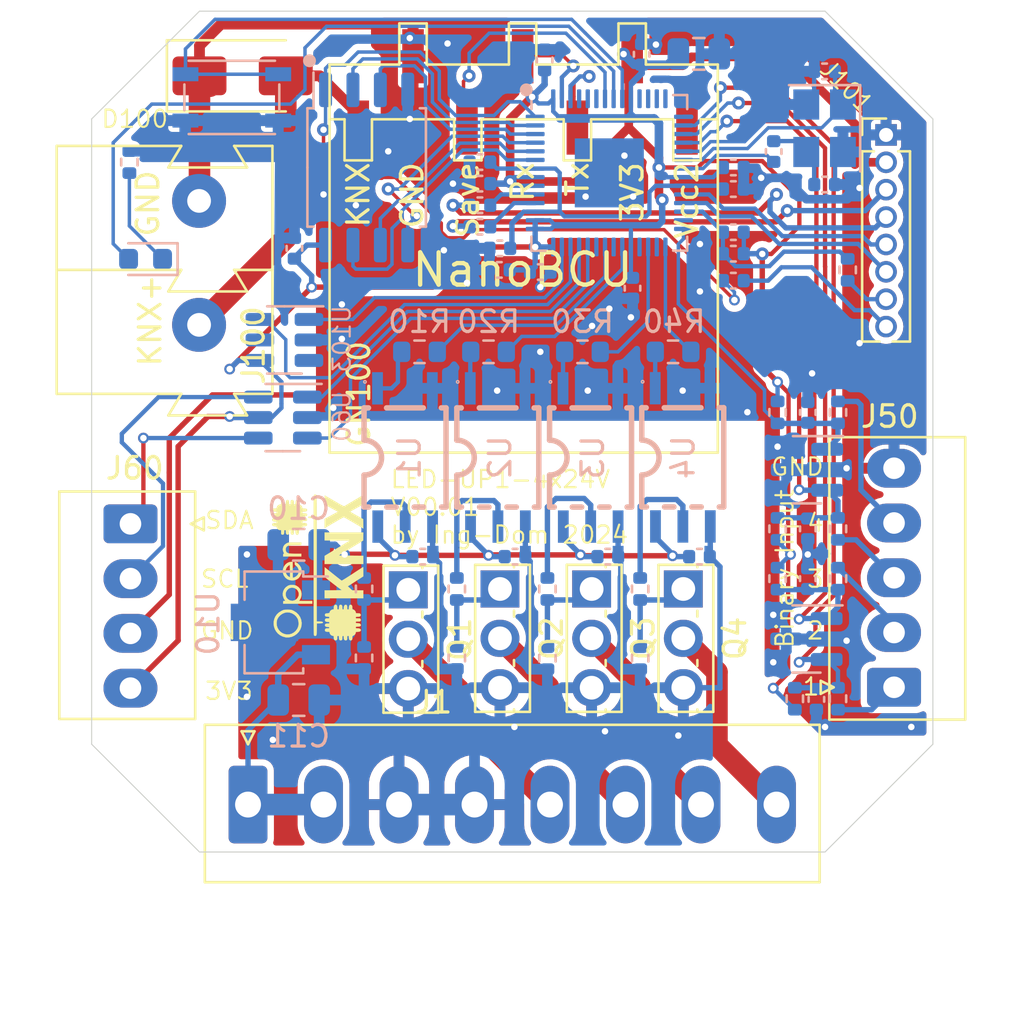
<source format=kicad_pcb>
(kicad_pcb (version 20221018) (generator pcbnew)
  (title_block (date "2024-03-28") (rev "V00.01"))
  (layers (0 "F.Cu" signal) (31 "B.Cu" signal) (34 "B.Paste" user) (35 "F.Paste" user) (36 "B.SilkS" user "B.Silkscreen") (37 "F.SilkS" user "F.Silkscreen") (38 "B.Mask" user) (39 "F.Mask" user) (44 "Edge.Cuts" user))
  (net 0 "")
  (net 1 "GND")
  (net 2 "+3.3V")
  (net 3 "KNX+")
  (net 4 "D+")
  (net 5 "D-")
  (net 6 "SWCLK")
  (net 7 "SWDIO")
  (net 8 "/Controller/XIN")
  (net 9 "RUN")
  (net 10 "+1V1")
  (net 11 "/Controller/QSPI_SS")
  (net 12 "BOOTSEL")
  (net 13 "/Controller/XOUT")
  (net 14 "/Controller/QSPI_SD3")
  (net 15 "/Controller/QSPI_SCLK")
  (net 16 "/Controller/QSPI_SD0")
  (net 17 "/Controller/QSPI_SD2")
  (net 18 "/Controller/QSPI_SD1")
  (net 19 "/Controller/GPIO11")
  (net 20 "/Controller/GPIO10")
  (net 21 "/Controller/GPIO9")
  (net 22 "/Controller/GPIO8")
  (net 23 "/Controller/GPIO4")
  (net 24 "/Controller/GPIO3")
  (net 25 "/Controller/GPIO2")
  (net 26 "KNX_Tx")
  (net 27 "KNX_Rx")
  (net 28 "KNX_SAVE")
  (net 29 "PROGLED")
  (net 30 "PROGBTN")
  (net 31 "GPIO20")
  (net 32 "GPIO19")
  (net 33 "GPIO18")
  (net 34 "GPIO25")
  (net 35 "GPIO24")
  (net 36 "GPIO23")
  (net 37 "GPIO22")
  (net 38 "GPIO21")
  (net 39 "GPIO17")
  (net 40 "GPIO16")
  (net 41 "GPIO15")
  (net 42 "GPIO29")
  (net 43 "GPIO28")
  (net 44 "GPIO27")
  (net 45 "GPIO26")
  (net 46 "GPIO14")
  (net 47 "GPIO13")
  (net 48 "GPIO12")
  (net 49 "Net-(C101-Pad1)")
  (net 50 "Net-(U100-RUN)")
  (net 51 "Net-(D101-K)")
  (net 52 "Net-(U100-USB_DP)")
  (net 53 "VCC2")
  (net 54 "Net-(U100-USB_DM)")
  (net 57 "V_LED")
  (net 58 "GND_LED")
  (net 59 "Net-(J1-Pin_7)")
  (net 60 "Net-(J1-Pin_8)")
  (net 61 "Net-(Q1-G)")
  (net 62 "Net-(Q2-G)")
  (net 63 "Net-(Q3-G)")
  (net 64 "Net-(Q4-G)")
  (net 65 "/Dimmer/V_FET")
  (net 66 "Net-(U2-A)")
  (net 67 "Net-(U2-VO)")
  (net 68 "Net-(U3-A)")
  (net 69 "Net-(U3-VO)")
  (net 70 "Net-(U1-A)")
  (net 71 "Net-(U1-VO)")
  (net 72 "Net-(U4-VO)")
  (net 73 "Net-(J1-Pin_5)")
  (net 74 "Net-(J1-Pin_6)")
  (net 75 "Net-(U4-A)")
  (net 76 "Net-(J50-Pin_1)")
  (net 77 "Net-(J50-Pin_2)")
  (net 78 "Net-(J50-Pin_3)")
  (net 79 "Net-(J50-Pin_4)")
  (net 80 "Net-(J60-Pin_1)")
  (net 81 "Net-(J60-Pin_2)")
  (footprint "OpenKNX:KNX_Connector" (layer "F.Cu") (at 95.38138 113)
    (fp_text reference "J100")
    (fp_text value "KNX_Conn")
  )
  (footprint "Connector_PinHeader_1.27mm:PinHeader_1x08_P1.27mm_Vertical" (layer "F.Cu") (at 126.83 106.74)
    (fp_text reference "J101")
    (fp_text value "Conn_01x08")
  )
  (footprint "Diode_SMD:D_SMA" (layer "F.Cu") (at 97 104)
    (fp_text reference "D100")
    (fp_text value "SMAJ40CA")
  )
  (footprint "DomsKiCADLib:TO-251-3_Vertical_lowprofile" (layer "F.Cu") (at 108.93 127.8 -90)
    (fp_text reference "Q2")
    (fp_text value "NCE3080IA")
  )
  (footprint "DomsKiCADLib:TO-251-3_Vertical_lowprofile" (layer "F.Cu") (at 104.68 127.84 -90)
    (fp_text reference "Q1")
    (fp_text value "NCE3080IA")
  )
  (footprint "OpenKNX:NanoBCU_PinHeader_SMD_low_profile" (layer "F.Cu") (at 102.36 104.745 90)
    (fp_text reference "GN100")
    (fp_text value "OpenKNX NanoBCU")
  )
  (footprint "DomsKiCADLib:Cixi_Kefa_KF128-2.54-5p" (layer "F.Cu") (at 127.2 132.36 90)
    (fp_text reference "J50")
    (fp_text value "Conn_01x05")
  )
  (footprint "DomsKiCADLib:PhoenixContact_MKDS_1,5_8-G-3.5_1x08_P3.5mm_Horizontal" (layer "F.Cu") (at 97.25 137.8)
    (fp_text reference "J1")
    (fp_text value "Conn_01x08")
  )
  (footprint "DomsKiCADLib:TO-251-3_Vertical_lowprofile" (layer "F.Cu") (at 113.18 127.8 -90)
    (fp_text reference "Q3")
    (fp_text value "NCE3080IA")
  )
  (footprint "DomsKiCADLib:TO-251-3_Vertical_lowprofile" (layer "F.Cu") (at 117.43 127.8 -90)
    (fp_text reference "Q4")
    (fp_text value "NCE3080IA")
  )
  (footprint "OpenKNX:OpenKNX_Logo_07x05" (layer "F.Cu") (at 100.8 126.8 90)
    (fp_text reference "G***" hide)
    (fp_text value "LOGO" hide)
  )
  (footprint "DomsKiCADLib:Cixi_Kefa_KF128-2.54-4p" (layer "F.Cu") (at 91.8 124.78 -90)
    (fp_text reference "J60")
    (fp_text value "SHT31")
  )
  (footprint "Capacitor_SMD:C_0402_1005Metric" (layer "B.Cu") (at 99.4 112 90)
    (fp_text reference "C103")
    (fp_text value "100n")
  )
  (footprint "Capacitor_SMD:C_0402_1005Metric" (layer "B.Cu") (at 123.98 103.79 180)
    (fp_text reference "C102")
    (fp_text value "33p")
  )
  (footprint "Capacitor_SMD:C_0402_1005Metric" (layer "B.Cu") (at 123.98 109.04)
    (fp_text reference "C101")
    (fp_text value "33p")
  )
  (footprint "Capacitor_SMD:C_0402_1005Metric" (layer "B.Cu") (at 119.75 111.25 180)
    (fp_text reference "C105")
    (fp_text value "220pF")
  )
  (footprint "Capacitor_SMD:C_0805_2012Metric" (layer "B.Cu") (at 118.15 102.98)
    (fp_text reference "C109")
    (fp_text value "10u")
  )
  (footprint "Capacitor_SMD:C_0402_1005Metric" (layer "B.Cu") (at 108 108 180)
    (fp_text reference "C132")
    (fp_text value "100n")
  )
  (footprint "Capacitor_SMD:C_0402_1005Metric" (layer "B.Cu") (at 108 109 180)
    (fp_text reference "C110")
    (fp_text value "100n")
  )
  (footprint "Capacitor_SMD:C_0402_1005Metric" (layer "B.Cu") (at 115.075 113.85 -90)
    (fp_text reference "C112")
    (fp_text value "100n")
  )
  (footprint "Capacitor_SMD:C_0402_1005Metric" (layer "B.Cu") (at 119.75 108.25)
    (fp_text reference "C113")
    (fp_text value "100n")
  )
  (footprint "Capacitor_SMD:C_0402_1005Metric" (layer "B.Cu") (at 115.5 103 90)
    (fp_text reference "C114")
    (fp_text value "100n")
  )
  (footprint "Capacitor_SMD:C_0402_1005Metric" (layer "B.Cu") (at 111 103.26 90)
    (fp_text reference "C115")
    (fp_text value "100n")
  )
  (footprint "Resistor_SMD:R_0402_1005Metric" (layer "B.Cu") (at 91.75 108 90)
    (fp_text reference "R101")
    (fp_text value "1k")
  )
  (footprint "Capacitor_SMD:C_0402_1005Metric" (layer "B.Cu") (at 119.75 113.5)
    (fp_text reference "R103")
    (fp_text value "1k")
  )
  (footprint "Capacitor_SMD:C_0402_1005Metric" (layer "B.Cu") (at 121.62 107.51 90)
    (fp_text reference "R102")
    (fp_text value "1k")
  )
  (footprint "Capacitor_SMD:C_0402_1005Metric" (layer "B.Cu") (at 108 110)
    (fp_text reference "R107")
    (fp_text value "22")
  )
  (footprint "Capacitor_SMD:C_0402_1005Metric" (layer "B.Cu") (at 108 111)
    (fp_text reference "R108")
    (fp_text value "22")
  )
  (footprint "Capacitor_SMD:C_0402_1005Metric" (layer "B.Cu") (at 119.75 112.25)
    (fp_text reference "R105")
    (fp_text value "2k2")
  )
  (footprint "Package_DFN_QFN:QFN-56-1EP_7x7mm_P0.4mm_EP3.2x3.2mm" (layer "B.Cu") (at 114 108.5 -90)
    (fp_text reference "U100")
    (fp_text value "RP2040")
  )
  (footprint "Capacitor_SMD:C_0402_1005Metric" (layer "B.Cu") (at 119.75 109.25)
    (fp_text reference "C131")
    (fp_text value "100n")
  )
  (footprint "EasyEDAModLib:C455282_SW-SMD_4P-L4.2-W3.3-P2.15-LS5.1" (layer "B.Cu") (at 96.5 105)
    (fp_text reference "SW100")
    (fp_text value "Prog")
  )
  (footprint "Package_SO:SOIC-8_5.275x5.275mm_P1.27mm" (layer "B.Cu") (at 102.75 108.25 -90)
    (fp_text reference "U101")
    (fp_text value "W25Q128JVS")
  )
  (footprint "Crystal:Crystal_SMD_3225-4Pin_3.2x2.5mm" (layer "B.Cu") (at 123.98 106.43 -90)
    (fp_text reference "Y100")
    (fp_text value "12MHz")
  )
  (footprint "Capacitor_SMD:C_0402_1005Metric" (layer "B.Cu") (at 108.925 112 180)
    (fp_text reference "C130")
    (fp_text value "1u")
  )
  (footprint "LED_SMD:LED_0603_1608Metric" (layer "B.Cu") (at 92.5 112.5 180)
    (fp_text reference "D101")
    (fp_text value "LED")
  )
  (footprint "Capacitor_SMD:C_0402_1005Metric" (layer "B.Cu") (at 108.9 113 180)
    (fp_text reference "C120")
    (fp_text value "1u")
  )
  (footprint "Capacitor_SMD:C_0402_1005Metric" (layer "B.Cu") (at 110.8 113.1)
    (fp_text reference "C111")
    (fp_text value "100n")
  )
  (footprint "Resistor_SMD:R_0402_1005Metric" (layer "B.Cu") (at 125.05 113 -90)
    (fp_text reference "R106")
    (fp_text value "220")
  )
  (footprint "Package_TO_SOT_SMD:SOT-23-6" (layer "B.Cu") (at 98.9375 116.25 180)
    (fp_text reference "U103")
    (fp_text value "TMP100")
  )
  (footprint "Resistor_SMD:R_0402_1005Metric" (layer "B.Cu") (at 124.6 132.89 90)
    (fp_text reference "R57")
    (fp_text value "220")
  )
  (footprint "Capacitor_SMD:C_0402_1005Metric" (layer "B.Cu") (at 113.93 126.3)
    (fp_text reference "C3")
    (fp_text value "100nF")
  )
  (footprint "Resistor_SMD:R_0402_1005Metric" (layer "B.Cu") (at 106.93 127.8 90)
    (fp_text reference "R21")
    (fp_text value "100R")
  )
  (footprint "Resistor_SMD:R_0402_1005Metric" (layer "B.Cu") (at 111.13 131.01 90)
    (fp_text reference "R32")
    (fp_text value "10k")
  )
  (footprint "EasyEDALib:OPTO-SMD_SO-5_L4.6-W3.7-P1.27-BR" (layer "B.Cu") (at 108.83 121.7 90)
    (fp_text reference "U2")
    (fp_text value "TLP152(TPL,E")
  )
  (footprint "Resistor_SMD:R_0402_1005Metric" (layer "B.Cu") (at 121.8 127.32 90)
    (fp_text reference "R54")
    (fp_text value "2k2")
  )
  (footprint "Capacitor_SMD:C_0402_1005Metric" (layer "B.Cu") (at 123.2 127.32 90)
    (fp_text reference "C52")
    (fp_text value "100n")
  )
  (footprint "Resistor_SMD:R_0402_1005Metric" (layer "B.Cu") (at 106.93 131 90)
    (fp_text reference "R22")
    (fp_text value "10k")
  )
  (footprint "Package_TO_SOT_SMD:SOT-89-3" (layer "B.Cu") (at 98.45 129.35 180)
    (fp_text reference "U10")
    (fp_text value "L78L10_SOT89")
  )
  (footprint "Resistor_SMD:R_0402_1005Metric" (layer "B.Cu") (at 115.43 127.8 90)
    (fp_text reference "R41")
    (fp_text value "100R")
  )
  (footprint "Resistor_SMD:R_0402_1005Metric" (layer "B.Cu") (at 111.13 127.8 90)
    (fp_text reference "R31")
    (fp_text value "100R")
  )
  (footprint "Resistor_SMD:R_0402_1005Metric" (layer "B.Cu") (at 121.8 125.01 -90)
    (fp_text reference "R52")
    (fp_text value "2k2")
  )
  (footprint "Resistor_SMD:R_0402_1005Metric" (layer "B.Cu") (at 124.6 119.61 -90)
    (fp_text reference "R51")
    (fp_text value "220")
  )
  (footprint "Capacitor_SMD:C_0402_1005Metric" (layer "B.Cu") (at 123.2 125.01 -90)
    (fp_text reference "C51")
    (fp_text value "100n")
  )
  (footprint "Capacitor_SMD:C_0402_1005Metric" (layer "B.Cu") (at 118.18 126.3)
    (fp_text reference "C4")
    (fp_text value "100nF")
  )
  (footprint "Package_TO_SOT_SMD:SOT-23" (layer "B.Cu") (at 123.1375 130.12 180)
    (fp_text reference "D51")
    (fp_text value "MDD SM03C")
  )
  (footprint "Resistor_SMD:R_0603_1608Metric" (layer "B.Cu") (at 105.2 116.8)
    (fp_text reference "R10")
    (fp_text value "150R")
  )
  (footprint "Resistor_SMD:R_0402_1005Metric" (layer "B.Cu") (at 124.6 125.01 90)
    (fp_text reference "R53")
    (fp_text value "220")
  )
  (footprint "Capacitor_SMD:C_0402_1005Metric" (layer "B.Cu") (at 105.35 126.3)
    (fp_text reference "C1")
    (fp_text value "100nF")
  )
  (footprint "Capacitor_SMD:C_0402_1005Metric" (layer "B.Cu") (at 109.63 126.3)
    (fp_text reference "C2")
    (fp_text value "100nF")
  )
  (footprint "EasyEDALib:OPTO-SMD_SO-5_L4.6-W3.7-P1.27-BR" (layer "B.Cu") (at 117.403647 121.693752 90)
    (fp_text reference "U4")
    (fp_text value "TLP152(TPL,E")
  )
  (footprint "Resistor_SMD:R_0603_1608Metric" (layer "B.Cu") (at 112.755 116.8)
    (fp_text reference "R30")
    (fp_text value "150R")
  )
  (footprint "Resistor_SMD:R_0402_1005Metric" (layer "B.Cu") (at 124.6 127.32 -90)
    (fp_text reference "R55")
    (fp_text value "220")
  )
  (footprint "Capacitor_SMD:C_0805_2012Metric" (layer "B.Cu") (at 99.6 125.75 180)
    (fp_text reference "C10")
    (fp_text value "100nF / 25V")
  )
  (footprint "Resistor_SMD:R_0402_1005Metric" (layer "B.Cu") (at 102.63 127.8 90)
    (fp_text reference "R11")
    (fp_text value "100R" hide)
  )
  (footprint "Resistor_SMD:R_0402_1005Metric" (layer "B.Cu") (at 102.63 131 90)
    (fp_text reference "R12")
    (fp_text value "10k" hide)
  )
  (footprint "Resistor_SMD:R_0402_1005Metric" (layer "B.Cu") (at 121.8 119.61 90)
    (fp_text reference "R50")
    (fp_text value "2k2")
  )
  (footprint "Resistor_SMD:R_0402_1005Metric" (layer "B.Cu") (at 115.43 131.01 90)
    (fp_text reference "R42")
    (fp_text value "10k")
  )
  (footprint "Resistor_SMD:R_0603_1608Metric" (layer "B.Cu") (at 116.955 116.8)
    (fp_text reference "R40")
    (fp_text value "150R")
  )
  (footprint "EasyEDALib:OPTO-SMD_SO-5_L4.6-W3.7-P1.27-BR" (layer "B.Cu") (at 113.13 121.7 90)
    (fp_text reference "U3")
    (fp_text value "TLP152(TPL,E")
  )
  (footprint "Capacitor_SMD:C_0805_2012Metric" (layer "B.Cu") (at 99.6 132.95)
    (fp_text reference "C11")
    (fp_text value "470nF / 50V")
  )
  (footprint "Capacitor_SMD:C_0402_1005Metric" (layer "B.Cu") (at 123.6 132.92 -90)
    (fp_text reference "C53")
    (fp_text value "100n")
  )
  (footprint "Resistor_SMD:R_0603_1608Metric" (layer "B.Cu") (at 108.4 116.8)
    (fp_text reference "R20")
    (fp_text value "150R")
  )
  (footprint "Resistor_SMD:R_0402_1005Metric" (layer "B.Cu") (at 122.6 132.89 -90)
    (fp_text reference "R56")
    (fp_text value "2k2")
  )
  (footprint "Package_TO_SOT_SMD:SOT-23-6" (layer "B.Cu") (at 98.8625 119.85 180)
    (fp_text reference "U60")
    (fp_text value "USBLC6-2SC6")
  )
  (footprint "Capacitor_SMD:C_0402_1005Metric" (layer "B.Cu") (at 123.2 119.61 90)
    (fp_text reference "C50")
    (fp_text value "100n")
  )
  (footprint "Package_TO_SOT_SMD:SOT-23" (layer "B.Cu") (at 123.1625 122.27 180)
    (fp_text reference "D50")
    (fp_text value "MDD SM03C")
  )
  (footprint "EasyEDALib:OPTO-SMD_SO-5_L4.6-W3.7-P1.27-BR" (layer "B.Cu") (at 104.53 121.7 90)
    (fp_text reference "U1")
    (fp_text value "TLP152(TPL,E")
  )
  (gr_circle (center 100.1 103.3) (end 100.25 103.3) (stroke (width 0.3)) (fill none) (layer "B.SilkS"))
  (gr_circle (center 110.15 104.65) (end 110.3 104.65) (stroke (width 0.3)) (fill none) (layer "B.SilkS"))
  (gr_line (start 112.5 101) (end 124 101) (stroke (width 0.05)) (layer "Edge.Cuts"))
  (gr_line (start 124 140) (end 95 140) (stroke (width 0.05)) (layer "Edge.Cuts"))
  (gr_line (start 95 101) (end 112.5 101) (stroke (width 0.05)) (layer "Edge.Cuts"))
  (gr_line (start 95 101) (end 90 106) (stroke (width 0.05)) (layer "Edge.Cuts"))
  (gr_line (start 129 106) (end 129 135) (stroke (width 0.05)) (layer "Edge.Cuts"))
  (gr_line (start 129 135) (end 124 140) (stroke (width 0.05)) (layer "Edge.Cuts"))
  (gr_line (start 124 101) (end 129 106) (stroke (width 0.05)) (layer "Edge.Cuts"))
  (gr_line (start 90 106) (end 90 135) (stroke (width 0.05)) (layer "Edge.Cuts"))
  (gr_line (start 95 140) (end 90 135) (stroke (width 0.05)) (layer "Edge.Cuts"))
  (gr_text "Binary Input" (at 122.6 130.6 90) (layer "F.SilkS") (effects (font (size 0.8 0.8) (thickness 0.1)) (justify left bottom)))
  (gr_text "2" (at 124 130.2) (layer "F.SilkS") (effects (font (size 0.8 0.8) (thickness 0.1)) (justify right bottom)))
  (gr_text "LED-UP1-4x24V\nV00.01\nby Ing-Dom 2024" (at 103.8 124) (layer "F.SilkS") (effects (font (size 0.8 0.8) (thickness 0.1)) (justify left)))
  (gr_text "3" (at 124 127.8) (layer "F.SilkS") (effects (font (size 0.8 0.8) (thickness 0.1)) (justify right bottom)))
  (gr_text "GND" (at 95 130.2) (layer "F.SilkS") (effects (font (size 0.8 0.8) (thickness 0.1)) (justify left bottom)))
  (gr_text "4" (at 124 125.2) (layer "F.SilkS") (effects (font (size 0.8 0.8) (thickness 0.1)) (justify right bottom)))
  (gr_text "SCL" (at 95 127.8) (layer "F.SilkS") (effects (font (size 0.8 0.8) (thickness 0.1)) (justify left bottom)))
  (gr_text "1" (at 123.8 132.8) (layer "F.SilkS") (effects (font (size 0.8 0.8) (thickness 0.1)) (justify right bottom)))
  (gr_text "GND" (at 124 122.6) (layer "F.SilkS") (effects (font (size 0.8 0.8) (thickness 0.1)) (justify right bottom)))
  (gr_text "SDA" (at 95.2 125.08) (layer "F.SilkS") (effects (font (size 0.8 0.8) (thickness 0.1)) (justify left bottom)))
  (gr_text "3V3" (at 95.2 133) (layer "F.SilkS") (effects (font (size 0.8 0.8) (thickness 0.1)) (justify left bottom)))
  (segment (start 123.2 126.2) (end 123.31 126.09) (width 0.2) (layer "F.Cu") (net 1))
  (segment (start 95.48138 104.48138) (end 95 104) (width 1) (layer "F.Cu") (net 1))
  (segment (start 103.2 101.6) (end 103.2 102.525) (width 0.5) (layer "F.Cu") (net 1))
  (segment (start 93.6 122.4) (end 93.6 120.8) (width 0.25) (layer "F.Cu") (net 1))
  (segment (start 95 104) (end 95 109.78138) (width 1) (layer "F.Cu") (net 1))
  (segment (start 91.8 129.86) (end 93.6 128.06) (width 0.25) (layer "F.Cu") (net 1))
  (segment (start 94.2 120.2) (end 95.6 118.8) (width 0.25) (layer "F.Cu") (net 1))
  (segment (start 93.6 128.06) (end 93.6 122.4) (width 0.25) (layer "F.Cu") (net 1))
  (segment (start 123.31 126.09) (end 123.31 117.89) (width 0.2) (layer "F.Cu") (net 1))
  (segment (start 123.31 117.89) (end 123.4 117.8) (width 0.2) (layer "F.Cu") (net 1))
  (segment (start 95 104) (end 95 102.6) (width 0.5) (layer "F.Cu") (net 1))
  (segment (start 96 101.6) (end 103.2 101.6) (width 0.5) (layer "F.Cu") (net 1))
  (segment (start 95 102.6) (end 96 101.6) (width 0.5) (layer "F.Cu") (net 1))
  (segment (start 103.2 102.525) (end 103.74 103.065) (width 0.5) (layer "F.Cu") (net 1))
  (segment (start 103.74 103.065) (end 104.74 103.065) (width 0.5) (layer "F.Cu") (net 1))
  (segment (start 95 109.78138) (end 94.98138 109.8) (width 1) (layer "F.Cu") (net 1))
  (segment (start 95.6 118.8) (end 101.2 118.8) (width 0.25) (layer "F.Cu") (net 1))
  (segment (start 93.6 120.8) (end 94.2 120.2) (width 0.25) (layer "F.Cu") (net 1))
  (via (at 106.5 102.5) (size 0.6) (drill 0.3) (layers "F.Cu" "B.Cu") (net 1))
  (via (at 113 118.6) (size 0.5) (drill 0.3) (layers "F.Cu" "B.Cu") (net 1))
  (via (at 125.6 109.2) (size 0.5) (drill 0.3) (layers "F.Cu" "B.Cu") (net 1))
  (via (at 117.4 118.6) (size 0.5) (drill 0.3) (layers "F.Cu" "B.Cu") (net 1))
  (via (at 123.4 117.8) (size 0.5) (drill 0.3) (layers "F.Cu" "B.Cu") (net 1))
  (via (at 113.2 115.6) (size 0.5) (drill 0.3) (layers "F.Cu" "B.Cu") (net 1))
  (via (at 125.6 116.4) (size 0.5) (drill 0.3) (layers "F.Cu" "B.Cu") (net 1))
  (via (at 104.75 102.25) (size 0.6) (drill 0.3) (layers "F.Cu" "B.Cu") (net 1))
  (via (at 115.1 109.6) (size 0.5) (drill 0.3) (layers "F.Cu" "B.Cu") (net 1))
  (via (at 125 122.2) (size 0.5) (drill 0.3) (layers "F.Cu" "B.Cu") (net 1))
  (via (at 107.4 113.6) (size 0.5) (drill 0.3) (layers "F.Cu" "B.Cu") (net 1))
  (via (at 106.33 112.09) (size 0.6) (drill 0.3) (layers "F.Cu" "B.Cu") (net 1))
  (via (at 115 115.2) (size 0.5) (drill 0.3) (layers "F.Cu" "B.Cu") (net 1))
  (via (at 110.8 113.8) (size 0.5) (drill 0.3) (layers "F.Cu" "B.Cu") (net 1))
  (via (at 104.75 106) (size 0.6) (drill 0.3) (layers "F.Cu" "B.Cu") (net 1))
  (via (at 112.9 109.6) (size 0.5) (drill 0.3) (layers "F.Cu" "B.Cu") (net 1))
  (via (at 124 134.2) (size 0.5) (drill 0.3) (layers "F.Cu" "B.Cu") (net 1))
  (via (at 121.04 108.73) (size 0.6) (drill 0.3) (layers "F.Cu" "B.Cu") (net 1))
  (via (at 108.8 118.6) (size 0.5) (drill 0.3) (layers "F.Cu" "B.Cu") (net 1))
  (via (at 121.6 129) (size 0.5) (drill 0.3) (layers "F.Cu" "B.Cu") (net 1))
  (via (at 121.8 121.2) (size 0.5) (drill 0.3) (layers "F.Cu" "B.Cu") (net 1))
  (via (at 125 130.2) (size 0.5) (drill 0.3) (layers "F.Cu" "B.Cu") (net 1))
  (via (at 114 114.8) (size 0.5) (drill 0.3) (layers "F.Cu" "B.Cu") (net 1))
  (via (at 106.75 109) (size 0.6) (drill 0.3) (layers "F.Cu" "B.Cu") (net 1))
  (via (at 114.7 107.7) (size 0.5) (drill 0.3) (layers "F.Cu" "B.Cu") (net 1))
  (via (at 103.75 107.5) (size 0.6) (drill 0.3) (layers "F.Cu" "B.Cu") (net 1))
  (via (at 102.25 110) (size 0.6) (drill 0.3) (layers "F.Cu" "B.Cu") (net 1))
  (via (at 118.2 111.8) (size 0.5) (drill 0.3) (layers "F.Cu" "B.Cu") (net 1))
  (via (at 118.2 114) (size 0.5) (drill 0.3) (layers "F.Cu" "B.Cu") (net 1))
  (via (at 116.16 102.55) (size 0.6) (drill 0.3) (layers "F.Cu" "B.Cu") (net 1))
  (via (at 123.2 126.2) (size 0.5) (drill 0.3) (layers "F.Cu" "B.Cu") (net 1))
  (via (at 100.75 109.5) (size 0.6) (drill 0.3) (layers "F.Cu" "B.Cu") (net 1))
  (via (at 128 134.2) (size 0.5) (drill 0.3) (layers "F.Cu" "B.Cu") (net 1))
  (via (at 121.6 131.2) (size 0.5) (drill 0.3) (layers "F.Cu" "B.Cu") (net 1))
  (via (at 101.2 119.4) (size 0.5) (drill 0.3) (layers "F.Cu" "B.Cu") (net 1))
  (via (at 120.4 119.6) (size 0.5) (drill 0.3) (layers "F.Cu" "B.Cu") (net 1))
  (via (at 110.8 116.8) (size 0.5) (drill 0.3) (layers "F.Cu" "B.Cu") (net 1))
  (via (at 101.6 114.6) (size 0.5) (drill 0.3) (layers "F.Cu" "B.Cu") (net 1))
  (via (at 101.6 116.2) (size 0.5) (drill 0.3) (layers "F.Cu" "B.Cu") (net 1))
  (segment (start 117.4375 107.5) (end 118.241854 107.5) (width 0.16) (layer "B.Cu") (net 1))
  (segment (start 91.75 107.515) (end 93.395 107.515) (width 0.16) (layer "B.Cu") (net 1))
  (segment (start 124.83 107.53) (end 125.81 107.53) (width 0.4) (layer "B.Cu") (net 1))
  (segment (start 123.495 103.79) (end 123.495 104.965) (width 0.2) (layer "B.Cu") (net 1))
  (segment (start 125.6 109.2) (end 125.6 109.15) (width 0.4) (layer "B.Cu") (net 1))
  (segment (start 120.56 108.25) (end 121.04 108.73) (width 0.25) (layer "B.Cu") (net 1))
  (segment (start 93.395 107.515) (end 94.15 106.76) (width 0.16) (layer "B.Cu") (net 1))
  (segment (start 123.6 133.4) (end 123.6 133.8) (width 0.25) (layer "B.Cu") (net 1))
  (segment (start 123.495 103.79) (end 122.36 103.79) (width 0.2) (layer "B.Cu") (net 1))
  (segment (start 122.14727 108.73) (end 123.13728 109.72001) (width 0.4) (layer "B.Cu") (net 1))
  (segment (start 119.0875 101.6725) (end 118.975 101.56) (width 0.4) (layer "B.Cu") (net 1))
  (segment (start 125.91 106.74) (end 126.83 106.74) (width 0.4) (layer "B.Cu") (net 1))
  (segment (start 94.15 106.075) (end 95.11 106.075) (width 0.16) (layer "B.Cu") (net 1))
  (segment (start 120.235 109.25) (end 120.52 109.25) (width 0.25) (layer "B.Cu") (net 1))
  (segment (start 118.241854 107.5) (end 118.691884 107.04997) (width 0.16) (layer "B.Cu") (net 1))
  (segment (start 110.8 113.8) (end 110.8 113.58) (width 0.25) (layer "B.Cu") (net 1))
  (segment (start 124.465 109.04) (end 124.86 109.04) (width 0.4) (layer "B.Cu") (net 1))
  (segment (start 119.675 102.98) (end 119.935 102.72) (width 0.4) (layer "B.Cu") (net 1))
  (segment (start 115.5 101.57) (end 115.5 102.515) (width 0.4) (layer "B.Cu") (net 1))
  (segment (start 122.16 105.33) (end 123.13 105.33) (width 0.2) (layer "B.Cu") (net 1))
  (segment (start 125.6 109.15) (end 125.65 109.1) (width 0.4) (layer "B.Cu") (net 1))
  (segment (start 124.465 109.04) (end 124.465 107.895) (width 0.2) (layer "B.Cu") (net 1))
  (segment (start 124.465 107.895) (end 124.83 107.53) (width 0.2) (layer "B.Cu") (net 1))
  (segment (start 123.6 133.8) (end 124 134.2) (width 0.25) (layer "B.Cu") (net 1))
  (segment (start 94.15 106.76) (end 94.15 106.075) (width 0.16) (layer "B.Cu") (net 1))
  (segment (start 95.11 106.075) (end 98.85 106.075) (width 0.16) (layer "B.Cu") (net 1))
  (segment (start 122.14001 106.08999) (end 122.16 106.07) (width 0.16) (layer "B.Cu") (net 1))
  (segment (start 125.02999 109.72001) (end 125.55 109.2) (width 0.4) (layer "B.Cu") (net 1))
  (segment (start 118.691884 107.04997) (end 120.274446 107.04997) (width 0.16) (layer "B.Cu") (net 1))
  (segment (start 125.81 107.53) (end 125.81 106.84) (width 0.4) (layer "B.Cu") (net 1))
  (segment (start 106.75 109) (end 107.515 109) (width 0.4) (layer "B.Cu") (net 1))
  (segment (start 123.495 104.965) (end 123.13 105.33) (width 0.2) (layer "B.Cu") (net 1))
  (segment (start 120.274446 107.04997) (end 121.234426 106.08999) (width 0.16) (layer "B.Cu") (net 1))
  (segment (start 125.81 106.84) (end 125.91 106.74) (width 0.4) (layer "B.Cu") (net 1))
  (segment (start 107.515 109) (end 107.515 108) (width 0.4) (layer "B.Cu") (net 1))
  (segment (start 123.13728 109.72001) (end 125.02999 109.72001) (width 0.4) (layer "B.Cu") (net 1))
  (segment (start 122.36 103.79) (end 122.2 103.95) (width 0.2) (layer "B.Cu") (net 1))
  (segment (start 120.235 109.25) (end 120.235 108.25) (width 0.2) (layer "B.Cu") (net 1))
  (segment (start 124.92 109.1) (end 125.65 109.1) (width 0.4) (layer "B.Cu") (net 1))
  (segment (start 122.16 106.07) (end 122.16 105.33) (width 0.16) (layer "B.Cu") (net 1))
  (segment (start 120.52 109.25) (end 121.04 108.73) (width 0.25) (layer "B.Cu") (net 1))
  (segment (start 119.935 102.72) (end 124.78 102.72) (width 0.4) (layer "B.Cu") (net 1))
  (segment (start 126.83 106.74) (end 126.83 104.77) (width 0.4) (layer "B.Cu") (net 1))
  (segment (start 115.51 101.56) (end 115.5 101.57) (width 0.4) (layer "B.Cu") (net 1))
  (segment (start 119.0875 102.98) (end 119.675 102.98) (width 0.4) (layer "B.Cu") (net 1))
  (segment (start 124.86 109.04) (end 124.92 109.1) (width 0.4) (layer "B.Cu") (net 1))
  (segment (start 120.235 108.25) (end 120.56 108.25) (width 0.25) (layer "B.Cu") (net 1))
  (segment (start 125.55 109.2) (end 125.6 109.2) (width 0.4) (layer "B.Cu") (net 1))
  (segment (start 110.8 113.58) (end 111.28 113.1) (width 0.25) (layer "B.Cu") (net 1))
  (segment (start 124.78 102.72) (end 125.46 103.4) (width 0.4) (layer "B.Cu") (net 1))
  (segment (start 121.234426 106.08999) (end 122.14001 106.08999) (width 0.16) (layer "B.Cu") (net 1))
  (segment (start 121.04 108.73) (end 122.14727 108.73) (width 0.4) (layer "B.Cu") (net 1))
  (segment (start 118.975 101.56) (end 115.51 101.56) (width 0.4) (layer "B.Cu") (net 1))
  (segment (start 119.0875 102.98) (end 119.0875 101.6725) (width 0.4) (layer "B.Cu") (net 1))
  (segment (start 126.83 104.77) (end 125.46 103.4) (width 0.4) (layer "B.Cu") (net 1))
  (segment (start 110.42 104.98) (end 110.42 104.98) (width 0.4) (layer "F.Cu") (net 2))
  (segment (start 116.3 108.25) (end 116.3 107.8) (width 0.4) (layer "F.Cu") (net 2))
  (segment (start 122.29 126.31) (end 122.29 131.71) (width 0.2) (layer "F.Cu") (net 2))
  (segment (start 122.271973 103.12) (end 117.81 103.12) (width 0.4) (layer "F.Cu") (net 2))
  (segment (start 95.4 119.8) (end 96.4 119.8) (width 0.25) (layer "F.Cu") (net 2))
  (segment (start 114.9 103.065) (end 114.9 106.4) (width 0.4) (layer "F.Cu") (net 2))
  (segment (start 121.09 117.49) (end 121.8 118.2) (width 0.25) (layer "F.Cu") (net 2))
  (segment (start 122.31 122.09) (end 122.31 118.71) (width 0.2) (layer "F.Cu") (net 2))
  (segment (start 122.4 126.2) (end 122.29 126.31) (width 0.2) (layer "F.Cu") (net 2))
  (segment (start 118.100001 108.25) (end 116.3 108.25) (width 0.2) (layer "F.Cu") (net 2))
  (segment (start 125.385 106.233027) (end 122.271973 103.12) (width 0.4) (layer "F.Cu") (net 2))
  (segment (start 116.3 108.25) (end 116.3 109.6) (width 0.4) (layer "F.Cu") (net 2))
  (segment (start 118.4 107.950001) (end 118.100001 108.25) (width 0.2) (layer "F.Cu") (net 2))
  (segment (start 94.01 121.2) (end 94.01 121.19) (width 0.25) (layer "F.Cu") (net 2))
  (segment (start 117.81 103.12) (end 117.4 103.53) (width 0.4) (layer "F.Cu") (net 2))
  (segment (start 91.8 132.4) (end 94.01 130.19) (width 0.25) (layer "F.Cu") (net 2))
  (segment (start 122.4 126.2) (end 122.29 126.09) (width 0.2) (layer "F.Cu") (net 2))
  (segment (start 125.49 108.01) (end 125.385 108.115) (width 0.4) (layer "F.Cu") (net 2))
  (segment (start 122.31 118.71) (end 121.8 118.2) (width 0.2) (layer "F.Cu") (net 2))
  (segment (start 116.3 109.6) (end 116.45 109.75) (width 0.4) (layer "F.Cu") (net 2))
  (segment (start 95.2 120) (end 95.4 119.8) (width 0.25) (layer "F.Cu") (net 2))
  (segment (start 107.6625 111.9375) (end 105.8 113.8) (width 0.25) (layer "F.Cu") (net 2))
  (segment (start 122.29 126.09) (end 122.29 122.11) (width 0.2) (layer "F.Cu") (net 2))
  (segment (start 105.8 113.8) (end 100.2 113.8) (width 0.25) (layer "F.Cu") (net 2))
  (segment (start 109.4 106) (end 110.42 104.98) (width 0.4) (layer "F.Cu") (net 2))
  (segment (start 121.09 112.26) (end 121.09 117.49) (width 0.25) (layer "F.Cu") (net 2))
  (segment (start 125.385 108.115) (end 125.385 106.233027) (width 0.4) (layer "F.Cu") (net 2))
  (segment (start 122.810001 109.671199) (end 121.088803 107.950001) (width 0.2) (layer "F.Cu") (net 2))
  (segment (start 112.4 108.9) (end 109.4 108.9) (width 0.4) (layer "F.Cu") (net 2))
  (segment (start 121.514264 112.26) (end 122.810001 110.964263) (width 0.2) (layer "F.Cu") (net 2))
  (segment (start 94.01 121.19) (end 95.2 120) (width 0.25) (layer "F.Cu") (net 2))
  (segment (start 121.088803 107.950001) (end 118.4 107.950001) (width 0.2) (layer "F.Cu") (net 2))
  (segment (start 94.01 130.19) (end 94.01 121.2) (width 0.25) (layer "F.Cu") (net 2))
  (segment (start 126.83 108.01) (end 125.49 108.01) (width 0.4) (layer "F.Cu") (net 2))
  (segment (start 96.4 117.6) (end 100.2 113.8) (width 0.25) (layer "F.Cu") (net 2))
  (segment (start 110.5625 111.9375) (end 107.6625 111.9375) (width 0.25) (layer "F.Cu") (net 2))
  (segment (start 114.9 106.4) (end 112.4 108.9) (width 0.4) (layer "F.Cu") (net 2))
  (segment (start 122.810001 110.964263) (end 122.810001 109.671199) (width 0.2) (layer "F.Cu") (net 2))
  (segment (start 109.4 108.9) (end 109.4 106) (width 0.4) (layer "F.Cu") (net 2))
  (segment (start 116.3 107.8) (end 114.9 106.4) (width 0.4) (layer "F.Cu") (net 2))
  (segment (start 115.2 103.53) (end 114.66 102.99) (width 0.4) (layer "F.Cu") (net 2))
  (segment (start 121.09 112.26) (end 121.514264 112.26) (width 0.2) (layer "F.Cu") (net 2))
  (segment (start 117.4 103.53) (end 115.2 103.53) (width 0.4) (layer "F.Cu") (net 2))
  (segment (start 122.29 131.71) (end 121.6 132.4) (width 0.2) (layer "F.Cu") (net 2))
  (segment (start 122.29 122.11) (end 122.31 122.09) (width 0.2) (layer "F.Cu") (net 2))
  (via (at 116.45 109.75) (size 0.6) (drill 0.3) (layers "F.Cu" "B.Cu") (net 2))
  (via (at 96.4 117.6) (size 0.5) (drill 0.3) (layers "F.Cu" "B.Cu") (net 2))
  (via (at 96.4 119.8) (size 0.5) (drill 0.3) (layers "F.Cu" "B.Cu") (net 2))
  (via (at 121.6 132.4) (size 0.5) (drill 0.3) (layers "F.Cu" "B.Cu") (net 2))
  (via (at 122.4 126.2) (size 0.5) (drill 0.3) (layers "F.Cu" "B.Cu") (net 2))
  (via (at 100.2 113.8) (size 0.5) (drill 0.3) (layers "F.Cu" "B.Cu") (net 2))
  (via (at 114.66 102.99) (size 0.6) (drill 0.3) (layers "F.Cu" "B.Cu") (net 2))
  (via (at 116.3 108.25) (size 0.6) (drill 0.3) (layers "F.Cu" "B.Cu") (net 2))
  (via (at 110.42 104.98) (size 0.6) (drill 0.3) (layers "F.Cu" "B.Cu") (net 2))
  (via (at 110.5625 111.9375) (size 0.6) (drill 0.3) (layers "F.Cu" "B.Cu") (net 2))
  (via (at 121.09 112.26) (size 0.6) (drill 0.3) (layers "F.Cu" "B.Cu") (net 2))
  (via (at 121.8 118.2) (size 0.5) (drill 0.3) (layers "F.Cu" "B.Cu") (net 2))
  (via (at 109.4 108.9) (size 0.6) (drill 0.3) (layers "F.Cu" "B.Cu") (net 2))
  (segment (start 110.5625 111.9375) (end 111.2875 111.9375) (width 0.25) (layer "B.Cu") (net 2))
  (segment (start 120.235 112.25) (end 120.235 112.25) (width 0.2) (layer "B.Cu") (net 2))
  (segment (start 116.3 108.25) (end 116.3 108.25) (width 0.4) (layer "B.Cu") (net 2))
  (segment (start 116.3 108.25) (end 116.3 108.475) (width 0.4) (layer "B.Cu") (net 2))
  (segment (start 110.5625 112.8575) (end 110.32 113.1) (width 0.25) (layer "B.Cu") (net 2))
  (segment (start 110.22 113) (end 110.32 113.1) (width 0.25) (layer "B.Cu") (net 2))
  (segment (start 100.2 113.28) (end 99.4 112.48) (width 0.25) (layer "B.Cu") (net 2))
  (segment (start 111.3 111.1) (end 110.5625 111.1) (width 0.2) (layer "B.Cu") (net 2))
  (segment (start 110.42 104.98) (end 110.719999 105.279999) (width 0.2) (layer "B.Cu") (net 2))
  (segment (start 99.4 112.431041) (end 99.981041 111.85) (width 0.25) (layer "B.Cu") (net 2))
  (segment (start 110.5625 111.9375) (end 110.5625 112.8575) (width 0.25) (layer "B.Cu") (net 2))
  (segment (start 96.45 119.85) (end 96.4 119.8) (width 0.25) (layer "B.Cu") (net 2))
  (segment (start 115.045 104.335) (end 115 104.38) (width 0.16) (layer "B.Cu") (net 2))
  (segment (start 115 105.0625) (end 115 104.38) (width 0.2) (layer "B.Cu") (net 2))
  (segment (start 111.4 105.0625) (end 111.4 105.65) (width 0.2) (layer "B.Cu") (net 2))
  (segment (start 121.08 112.25) (end 121.09 112.26) (width 0.25) (layer "B.Cu") (net 2))
  (segment (start 117.4375 108.7) (end 118.815 108.7) (width 0.2) (layer "B.Cu") (net 2))
  (segment (start 115.125 105.975) (end 111.725 105.975) (width 0.4) (layer "B.Cu") (net 2))
  (segment (start 115 111.15) (end 115 111.9375) (width 0.2) (layer "B.Cu") (net 2))
  (segment (start 115.5 103.88) (end 115.045 104.335) (width 0.3) (layer "B.Cu") (net 2))
  (segment (start 116.31499 108.63999) (end 116.525 108.63999) (width 0.4) (layer "B.Cu") (net 2))
  (segment (start 115.5 103.485) (end 115.5 103.88) (width 0.3) (layer "B.Cu") (net 2))
  (segment (start 111.47071 110.92929) (end 111.3 111.1) (width 0.2) (layer "B.Cu") (net 2))
  (segment (start 110.5625 110.8225) (end 110.5625 110.7) (width 0.16) (layer "B.Cu") (net 2))
  (segment (start 116.3 108.625) (end 116.31499 108.63999) (width 0.4) (layer "B.Cu") (net 2))
  (segment (start 116.525 108.7) (end 117.4375 108.7) (width 0.2) (layer "B.Cu") (net 2))
  (segment (start 115 111.9375) (end 115 113.29) (width 0.2) (layer "B.Cu") (net 2))
  (segment (start 109.6 108.7) (end 109.4 108.9) (width 0.2) (layer "B.Cu") (net 2))
  (segment (start 116.3 106.2) (end 116.3 108.25) (width 0.4) (layer "B.Cu") (net 2))
  (segment (start 111 104.4) (end 110.42 104.98) (width 0.3) (layer "B.Cu") (net 2))
  (segment (start 99.981041 111.85) (end 100.845 111.85) (width 0.25) (layer "B.Cu") (net 2))
  (segment (start 109.3 109) (end 109.4 108.9) (width 0.3) (layer "B.Cu") (net 2))
  (segment (start 118.815 108.7) (end 119.265 108.25) (width 0.2) (layer "B.Cu") (net 2))
  (segment (start 110.5625 108.7) (end 109.6 108.7) (width 0.2) (layer "B.Cu") (net 2))
  (segment (start 110.5625 110.7) (end 111.25 110.7) (width 0.2) (layer "B.Cu") (net 2))
  (segment (start 120.235 111.25) (end 120.235 112.25) (width 0.2) (layer "B.Cu") (net 2))
  (segment (start 110.5625 111.1) (end 110.5625 111.9375) (width 0.25) (layer "B.Cu") (net 2))
  (segment (start 116.075 105.975) (end 116.3 106.2) (width 0.4) (layer "B.Cu") (net 2))
  (segment (start 108.485 109) (end 109.3 109) (width 0.3) (layer "B.Cu") (net 2))
  (segment (start 121.6 132.4) (end 122.6 133.4) (width 0.2) (layer "B.Cu") (net 2))
  (segment (start 115.5 103.485) (end 115.365 103.485) (width 0.2) (layer "B.Cu") (net 2))
  (segment (start 116.45 109.75) (end 116.45 110.75) (width 0.3) (layer "B.Cu") (net 2))
  (segment (start 115.125 105.975) (end 116.075 105.975) (width 0.4) (layer "B.Cu") (net 2))
  (segment (start 122.4 126.2) (end 121.8 126.8) (width 0.2) (layer "B.Cu") (net 2))
  (segment (start 109.38 113) (end 110.22 113) (width 0.25) (layer "B.Cu") (net 2))
  (segment (start 115 105.0625) (end 115 105.85) (width 0.2) (layer "B.Cu") (net 2))
  (segment (start 115.155 103.485) (end 115.5 103.485) (width 0.4) (layer "B.Cu") (net 2))
  (segment (start 110.719999 105.279999) (end 111.182501 105.279999) (width 0.2) (layer "B.Cu") (net 2))
  (segment (start 121.8 125.52) (end 121.8 125.6) (width 0.2) (layer "B.Cu") (net 2))
  (segment (start 111.2125 105.25) (end 111.4 105.0625) (width 0.2) (layer "B.Cu") (net 2))
  (segment (start 121.8 125.6) (end 122.4 126.2) (width 0.2) (layer "B.Cu") (net 2))
  (segment (start 100.2 113.8) (end 100.2 113.28) (width 0.25) (layer "B.Cu") (net 2))
  (segment (start 116.3 108.475) (end 116.3 108.625) (width 0.4) (layer "B.Cu") (net 2))
  (segment (start 97.8 117.2) (end 98.8 118.2) (width 0.2) (layer "B.Cu") (net 2))
  (segment (start 110.71 112.085) (end 110.5625 111.9375) (width 0.4) (layer "B.Cu") (net 2))
  (segment (start 116.27071 110.92929) (end 111.47929 110.92929) (width 0.3) (layer "B.Cu") (net 2))
  (segment (start 99.4 112.48) (end 99.4 112.431041) (width 0.25) (layer "B.Cu") (net 2))
  (segment (start 109.6 109.1) (end 109.4 108.9) (width 0.2) (layer "B.Cu") (net 2))
  (segment (start 111.4 105.65) (end 111.725 105.975) (width 0.2) (layer "B.Cu") (net 2))
  (segment (start 98.35 119.85) (end 98.8 119.4) (width 0.2) (layer "B.Cu") (net 2))
  (segment (start 110.5625 109.1) (end 109.6 109.1) (width 0.2) (layer "B.Cu") (net 2))
  (segment (start 111.25 110.7) (end 111.47929 110.92929) (width 0.2) (layer "B.Cu") (net 2))
  (segment (start 115.5 103.485) (end 116.7075 103.485) (width 0.4) (layer "B.Cu") (net 2))
  (segment (start 115 113.29) (end 115.075 113.365) (width 0.2) (layer "B.Cu") (net 2))
  (segment (start 98.8 118.2) (end 98.8 119.2) (width 0.2) (layer "B.Cu") (net 2))
  (segment (start 98.8 119.4) (end 98.8 119.2) (width 0.2) (layer "B.Cu") (net 2))
  (segment (start 116.45 110.75) (end 116.27071 110.92929) (width 0.3) (layer "B.Cu") (net 2))
  (segment (start 97.725 119.85) (end 98.35 119.85) (width 0.2) (layer "B.Cu") (net 2))
  (segment (start 115 105.85) (end 115.125 105.975) (width 0.4) (layer "B.Cu") (net 2))
  (segment (start 110.5625 111.1) (end 110.5625 110.8225) (width 0.25) (layer "B.Cu") (net 2))
  (segment (start 111 104.4) (end 111 103.745) (width 0.3) (layer "B.Cu") (net 2))
  (segment (start 97.725 119.85) (end 96.45 119.85) (width 0.25) (layer "B.Cu") (net 2))
  (segment (start 110.5625 111.9375) (end 110.5625 111.9375) (width 0.25) (layer "B.Cu") (net 2))
  (segment (start 121.8 118.2) (end 121.8 119.1) (width 0.2) (layer "B.Cu") (net 2))
  (segment (start 111.2875 111.9375) (end 111.4 111.9375) (width 0.16) (layer "B.Cu") (net 2))
  (segment (start 120.235 112.25) (end 121.08 112.25) (width 0.25) (layer "B.Cu") (net 2))
  (segment (start 96.8 117.2) (end 96.4 117.6) (width 0.25) (layer "B.Cu") (net 2))
  (segment (start 111.182501 105.279999) (end 111.2125 105.25) (width 0.2) (layer "B.Cu") (net 2))
  (segment (start 116.3 108.475) (end 116.525 108.7) (width 0.2) (layer "B.Cu") (net 2))
  (segment (start 111.47929 110.92929) (end 111.47071 110.92929) (width 0.2) (layer "B.Cu") (net 2))
  (segment (start 121.8 126.8) (end 121.8 126.81) (width 0.2) (layer "B.Cu") (net 2))
  (segment (start 97.8 117.2) (end 96.8 117.2) (width 0.25) (layer "B.Cu") (net 2))
  (segment (start 114.66 102.99) (end 115.155 103.485) (width 0.4) (layer "B.Cu") (net 2))
  (segment (start 116.7075 103.485) (end 117.2125 102.98) (width 0.4) (layer "B.Cu") (net 2))
  (segment (start 100 104) (end 100.58 104) (width 0.5) (layer "F.Cu") (net 3))
  (segment (start 102.2 105.62) (end 102.2 106.375) (width 0.5) (layer "F.Cu") (net 3))
  (segment (start 100.58 104) (end 102.2 105.62) (width 0.5) (layer "F.Cu") (net 3))
  (segment (start 99 111.53138) (end 94.98138 115.55) (width 1) (layer "F.Cu") (net 3))
  (segment (start 99 104) (end 99 111.53138) (width 1) (layer "F.Cu") (net 3))
  (segment (start 121.75 109.5) (end 121.75 109.5) (width 0.25) (layer "F.Cu") (net 4))
  (segment (start 106.75 110) (end 107.110001 110.360001) (width 0.25) (layer "F.Cu") (net 4))
  (segment (start 107.110001 110.360001) (end 120.889999 110.360001) (width 0.25) (layer "F.Cu") (net 4))
  (segment (start 120.889999 110.360001) (end 121.75 109.5) (width 0.25) (layer "F.Cu") (net 4))
  (via (at 106.75 110) (size 0.6) (drill 0.3) (layers "F.Cu" "B.Cu") (net 4))
  (via (at 121.75 109.5) (size 0.6) (drill 0.3) (layers "F.Cu" "B.Cu") (net 4))
  (segment (start 121.75 109.5) (end 121.450001 109.799999) (width 0.25) (layer "B.Cu") (net 4))
  (segment (start 122.184197 111.049999) (end 126.330001 111.049999) (width 0.25) (layer "B.Cu") (net 4))
  (segment (start 126.330001 111.049999) (end 126.83 110.55) (width 0.25) (layer "B.Cu") (net 4))
  (segment (start 121.450001 109.799999) (end 121.450001 110.315803) (width 0.25) (layer "B.Cu") (net 4))
  (segment (start 106.75 110) (end 107.515 110) (width 0.25) (layer "B.Cu") (net 4))
  (segment (start 121.450001 110.315803) (end 122.184197 111.049999) (width 0.25) (layer "B.Cu") (net 4))
  (segment (start 122.25 110.25) (end 122.25 110.25) (width 0.25) (layer "F.Cu") (net 5))
  (segment (start 106.78 110.97) (end 106.979989 110.770011) (width 0.25) (layer "F.Cu") (net 5))
  (segment (start 106.75 110.97) (end 106.78 110.97) (width 0.25) (layer "F.Cu") (net 5))
  (segment (start 121.729989 110.770011) (end 122.25 110.25) (width 0.25) (layer "F.Cu") (net 5))
  (segment (start 106.979989 110.770011) (end 121.729989 110.770011) (width 0.25) (layer "F.Cu") (net 5))
  (via (at 106.75 110.97) (size 0.6) (drill 0.3) (layers "F.Cu" "B.Cu") (net 5))
  (via (at 122.25 110.25) (size 0.6) (drill 0.3) (layers "F.Cu" "B.Cu") (net 5))
  (segment (start 125.86 110.25) (end 126.83 109.28) (width 0.25) (layer "B.Cu") (net 5))
  (segment (start 122.25 110.25) (end 125.86 110.25) (width 0.25) (layer "B.Cu") (net 5))
  (segment (start 107.485 110.97) (end 107.515 111) (width 0.25) (layer "B.Cu") (net 5))
  (segment (start 106.75 110.97) (end 107.485 110.97) (width 0.25) (layer "B.Cu") (net 5))
  (segment (start 125.737903 111.435009) (end 126.122894 111.82) (width 0.2) (layer "B.Cu") (net 6))
  (segment (start 119.278692 110.16) (end 120.749712 110.16) (width 0.2) (layer "B.Cu") (net 6))
  (segment (start 122.024721 111.435009) (end 125.737903 111.435009) (width 0.2) (layer "B.Cu") (net 6))
  (segment (start 120.749712 110.16) (end 122.024721 111.435009) (width 0.2) (layer "B.Cu") (net 6))
  (segment (start 126.122894 111.82) (end 126.83 111.82) (width 0.2) (layer "B.Cu") (net 6))
  (segment (start 118.618692 109.5) (end 119.278692 110.16) (width 0.2) (layer "B.Cu") (net 6))
  (segment (start 117.4375 109.5) (end 118.618692 109.5) (width 0.2) (layer "B.Cu") (net 6))
  (segment (start 117.4375 109.9) (end 118.509562 109.9) (width 0.2) (layer "B.Cu") (net 7))
  (segment (start 119.129571 110.52001) (end 120.600592 110.52001) (width 0.2) (layer "B.Cu") (net 7))
  (segment (start 121.8756 111.795019) (end 125.535019 111.795019) (width 0.2) (layer "B.Cu") (net 7))
  (segment (start 118.509562 109.9) (end 119.129571 110.52001) (width 0.2) (layer "B.Cu") (net 7))
  (segment (start 120.600592 110.52001) (end 121.8756 111.795019) (width 0.2) (layer "B.Cu") (net 7))
  (segment (start 125.535019 111.795019) (end 126.83 113.09) (width 0.2) (layer "B.Cu") (net 7))
  (segment (start 118.294416 107.9) (end 118.824436 107.36998) (width 0.16) (layer "B.Cu") (net 8))
  (segment (start 121.366978 106.41) (end 123.85 106.41) (width 0.16) (layer "B.Cu") (net 8))
  (segment (start 118.824436 107.36998) (end 120.406998 107.36998) (width 0.16) (layer "B.Cu") (net 8))
  (segment (start 124.465 103.79) (end 124.465 104.965) (width 0.2) (layer "B.Cu") (net 8))
  (segment (start 124.465 104.965) (end 124.83 105.33) (width 0.2) (layer "B.Cu") (net 8))
  (segment (start 123.85 106.41) (end 124.83 105.43) (width 0.16) (layer "B.Cu") (net 8))
  (segment (start 117.4375 107.9) (end 118.294416 107.9) (width 0.16) (layer "B.Cu") (net 8))
  (segment (start 124.83 105.43) (end 124.83 105.33) (width 0.16) (layer "B.Cu") (net 8))
  (segment (start 120.406998 107.36998) (end 121.366978 106.41) (width 0.16) (layer "B.Cu") (net 8))
  (segment (start 125.05 113.485) (end 125.925 114.36) (width 0.2) (layer "B.Cu") (net 9))
  (segment (start 125.925 114.36) (end 126.83 114.36) (width 0.2) (layer "B.Cu") (net 9))
  (segment (start 109.485 112) (end 109.485 110.84) (width 0.25) (layer "B.Cu") (net 10))
  (segment (start 116.75 109.1) (end 116.4 109.1) (width 0.2) (layer "B.Cu") (net 10))
  (segment (start 117.4375 109.1) (end 119.115 109.1) (width 0.2) (layer "B.Cu") (net 10))
  (segment (start 111.91929 110.51929) (end 115.70071 110.51929) (width 0.2) (layer "B.Cu") (net 10))
  (segment (start 111.7 108.5) (end 111.7 110.3) (width 0.2) (layer "B.Cu") (net 10))
  (segment (start 115.70071 110.51929) (end 115.86001 110.35999) (width 0.2) (layer "B.Cu") (net 10))
  (segment (start 110.025 110.3) (end 109.8725 110.4525) (width 0.2) (layer "B.Cu") (net 10))
  (segment (start 115.86001 109.38999) (end 116.15 109.1) (width 0.2) (layer "B.Cu") (net 10))
  (segment (start 110.5625 110.3) (end 110.025 110.3) (width 0.2) (layer "B.Cu") (net 10))
  (segment (start 119.115 109.1) (end 119.265 109.25) (width 0.2) (layer "B.Cu") (net 10))
  (segment (start 108.785 108.3) (end 108.485 108) (width 0.2) (layer "B.Cu") (net 10))
  (segment (start 111.7 110.3) (end 111.91929 110.51929) (width 0.2) (layer "B.Cu") (net 10))
  (segment (start 110.5625 108.3) (end 111.5 108.3) (width 0.2) (layer "B.Cu") (net 10))
  (segment (start 110.5625 110.3) (end 111.7 110.3) (width 0.2) (layer "B.Cu") (net 10))
  (segment (start 116.271198 109.1) (end 116.4 109.1) (width 0.2) (layer "B.Cu") (net 10))
  (segment (start 111.5 108.3) (end 111.7 108.5) (width 0.2) (layer "B.Cu") (net 10))
  (segment (start 116.15 109.1) (end 116.75 109.1) (width 0.2) (layer "B.Cu") (net 10))
  (segment (start 115.86001 110.35999) (end 115.86001 109.38999) (width 0.2) (layer "B.Cu") (net 10))
  (segment (start 117.4375 109.1) (end 116.75 109.1) (width 0.2) (layer "B.Cu") (net 10))
  (segment (start 109.485 110.84) (end 109.8725 110.4525) (width 0.25) (layer "B.Cu") (net 10))
  (segment (start 110.5625 108.3) (end 108.785 108.3) (width 0.2) (layer "B.Cu") (net 10))
  (segment (start 106.209999 110.835837) (end 106.209999 111.229201) (width 0.16) (layer "F.Cu") (net 11))
  (segment (start 106.490799 111.510001) (end 107.259999 111.510001) (width 0.16) (layer "F.Cu") (net 11))
  (segment (start 104.084161 108.709999) (end 106.209999 110.835837) (width 0.16) (layer "F.Cu") (net 11))
  (segment (start 100.75 106.5) (end 100.75 107.75) (width 0.16) (layer "F.Cu") (net 11))
  (segment (start 107.259999 111.510001) (end 107.634979 111.135021) (width 0.16) (layer "F.Cu") (net 11))
  (segment (start 101.75 108.75) (end 103.450798 108.75) (width 0.16) (layer "F.Cu") (net 11))
  (segment (start 107.634979 111.135021) (end 116.035021 111.135021) (width 0.16) (layer "F.Cu") (net 11))
  (segment (start 103.450798 108.75) (end 103.490799 108.709999) (width 0.16) (layer "F.Cu") (net 11))
  (segment (start 106.209999 111.229201) (end 106.490799 111.510001) (width 0.16) (layer "F.Cu") (net 11))
  (segment (start 116.535021 111.135021) (end 116.035021 111.135021) (width 0.16) (layer "F.Cu") (net 11))
  (segment (start 103.490799 108.709999) (end 104.084161 108.709999) (width 0.16) (layer "F.Cu") (net 11))
  (segment (start 119.8 114.4) (end 116.535021 111.135021) (width 0.16) (layer "F.Cu") (net 11))
  (segment (start 100.75 107.75) (end 101.75 108.75) (width 0.16) (layer "F.Cu") (net 11))
  (via (at 119.8 114.4) (size 0.5) (drill 0.3) (layers "F.Cu" "B.Cu") (net 11))
  (via (at 100.75 106.5) (size 0.6) (drill 0.3) (layers "F.Cu" "B.Cu") (net 11))
  (segment (start 106.117552 105.082428) (end 106.117551 103.780867) (width 0.16) (layer "B.Cu") (net 11))
  (segment (start 110.5625 105.9) (end 109.8675 105.205) (width 0.16) (layer "B.Cu") (net 11))
  (segment (start 101.75 103.5) (end 101 103.5) (width 0.16) (layer "B.Cu") (net 11))
  (segment (start 109.29 105.205) (end 108.655059 105.839941) (width 0.16) (layer "B.Cu") (net 11))
  (segment (start 106.117551 103.780867) (end 105.231654 102.89497) (width 0.16) (layer "B.Cu") (net 11))
  (segment (start 100.845 103.655) (end 100.845 104.6375) (width 0.16) (layer "B.Cu") (net 11))
  (segment (start 100.845 104.6375) (end 100.845 106.405) (width 0.16) (layer "B.Cu") (net 11))
  (segment (start 100.845 106.405) (end 100.75 106.5) (width 0.16) (layer "B.Cu") (net 11))
  (segment (start 109.8675 105.205) (end 109.29 105.205) (width 0.16) (layer "B.Cu") (net 11))
  (segment (start 106.875065 105.839941) (end 106.117552 105.082428) (width 0.16) (layer "B.Cu") (net 11))
  (segment (start 101 103.5) (end 100.845 103.655) (width 0.16) (layer "B.Cu") (net 11))
  (segment (start 102.35503 102.89497) (end 101.75 103.5) (width 0.16) (layer "B.Cu") (net 11))
  (segment (start 108.655059 105.839941) (end 106.875065 105.839941) (width 0.16) (layer "B.Cu") (net 11))
  (segment (start 119.8 114.4) (end 119.8 114.03) (width 0.16) (layer "B.Cu") (net 11))
  (segment (start 105.231654 102.89497) (end 102.35503 102.89497) (width 0.16) (layer "B.Cu") (net 11))
  (segment (start 119.8 114.03) (end 119.27 113.5) (width 0.16) (layer "B.Cu") (net 11))
  (segment (start 109.8775 105.205) (end 109.29 105.205) (width 0.16) (layer "B.Cu") (net 11))
  (segment (start 121.979565 112.879565) (end 121.35913 113.5) (width 0.2) (layer "B.Cu") (net 12))
  (segment (start 123.383691 112.879565) (end 121.979565 112.879565) (width 0.2) (layer "B.Cu") (net 12))
  (segment (start 121.35913 113.5) (end 120.23 113.5) (width 0.2) (layer "B.Cu") (net 12))
  (segment (start 126.83 115.63) (end 126.069999 114.869999) (width 0.2) (layer "B.Cu") (net 12))
  (segment (start 125.374125 114.869999) (end 123.383691 112.879565) (width 0.2) (layer "B.Cu") (net 12))
  (segment (start 126.069999 114.869999) (end 125.374125 114.869999) (width 0.2) (layer "B.Cu") (net 12))
  (segment (start 121.615 107.995) (end 121.62 107.995) (width 0.16) (layer "B.Cu") (net 13))
  (segment (start 118.346978 108.3) (end 118.956988 107.68999) (width 0.16) (layer "B.Cu") (net 13))
  (segment (start 121.30999 107.68999) (end 121.615 107.995) (width 0.16) (layer "B.Cu") (net 13))
  (segment (start 117.4375 108.3) (end 118.346978 108.3) (width 0.16) (layer "B.Cu") (net 13))
  (segment (start 118.956988 107.68999) (end 121.30999 107.68999) (width 0.16) (layer "B.Cu") (net 13))
  (segment (start 109.253022 107.9) (end 108.793012 107.43999) (width 0.16) (layer "B.Cu") (net 14))
  (segment (start 102.115 112.825) (end 102.115 111.8625) (width 0.16) (layer "B.Cu") (net 14))
  (segment (start 104.396978 110.25) (end 104.396978 110.603022) (width 0.16) (layer "B.Cu") (net 14))
  (segment (start 108.793012 107.43999) (end 107.206988 107.43999) (width 0.16) (layer "B.Cu") (net 14))
  (segment (start 103.92501 111.07499) (end 103.92501 112.73655) (width 0.16) (layer "B.Cu") (net 14))
  (segment (start 102.25501 112.96501) (end 102.115 112.825) (width 0.16) (layer "B.Cu") (net 14))
  (segment (start 103.69655 112.96501) (end 102.25501 112.96501) (width 0.16) (layer "B.Cu") (net 14))
  (segment (start 110.5625 107.9) (end 109.253022 107.9) (width 0.16) (layer "B.Cu") (net 14))
  (segment (start 103.92501 112.73655) (end 103.69655 112.96501) (width 0.16) (layer "B.Cu") (net 14))
  (segment (start 104.396978 110.603022) (end 103.92501 111.07499) (width 0.16) (layer "B.Cu") (net 14))
  (segment (start 107.206988 107.43999) (end 104.396978 110.25) (width 0.16) (layer "B.Cu") (net 14))
  (segment (start 104.404415 109.790001) (end 104.209999 109.790001) (width 0.16) (layer "B.Cu") (net 15))
  (segment (start 107.074435 107.119981) (end 104.404415 109.790001) (width 0.16) (layer "B.Cu") (net 15))
  (segment (start 103.385 110.615) (end 103.385 111.8625) (width 0.16) (layer "B.Cu") (net 15))
  (segment (start 109.305584 107.5) (end 108.925564 107.11998) (width 0.16) (layer "B.Cu") (net 15))
  (segment (start 104.209999 109.790001) (end 103.385 110.615) (width 0.16) (layer "B.Cu") (net 15))
  (segment (start 110.5625 107.5) (end 109.305584 107.5) (width 0.16) (layer "B.Cu") (net 15))
  (segment (start 108.925564 107.11998) (end 107.074435 107.119981) (width 0.16) (layer "B.Cu") (net 15))
  (segment (start 103.75 109.25) (end 105 110.5) (width 0.16) (layer "F.Cu") (net 16))
  (segment (start 105 110.5) (end 105.07496 110.5) (width 0.16) (layer "F.Cu") (net 16))
  (via (at 105.07496 110.5) (size 0.6) (drill 0.3) (layers "F.Cu" "B.Cu") (net 16))
  (via (at 103.75 109.25) (size 0.6) (drill 0.3) (layers "F.Cu" "B.Cu") (net 16))
  (segment (start 106.713469 106.799971) (end 104.39672 109.11672) (width 0.16) (layer "B.Cu") (net 16))
  (segment (start 104.26344 109.25) (end 104.39672 109.11672) (width 0.16) (layer "B.Cu") (net 16))
  (segment (start 104.655 110.91996) (end 105.07496 110.5) (width 0.16) (layer "B.Cu") (net 16))
  (segment (start 110.5625 107.1) (end 109.358146 107.1) (width 0.16) (layer "B.Cu") (net 16))
  (segment (start 104.655 110.91996) (end 104.655 111.85) (width 0.16) (layer "B.Cu") (net 16))
  (segment (start 109.358146 107.1) (end 109.058115 106.799971) (width 0.16) (layer "B.Cu") (net 16))
  (segment (start 109.058115 106.799971) (end 106.713469 106.799971) (width 0.16) (layer "B.Cu") (net 16))
  (segment (start 103.75 109.25) (end 104.26344 109.25) (width 0.16) (layer "B.Cu") (net 16))
  (segment (start 109.410706 106.7) (end 109.190667 106.479961) (width 0.16) (layer "B.Cu") (net 17))
  (segment (start 103.385 103.675) (end 103.385 104.6375) (width 0.16) (layer "B.Cu") (net 17))
  (segment (start 105.477533 104.045973) (end 104.96655 103.53499) (width 0.16) (layer "B.Cu") (net 17))
  (segment (start 103.52501 103.53499) (end 103.385 103.675) (width 0.16) (layer "B.Cu") (net 17))
  (segment (start 109.190667 106.479961) (end 106.609961 106.479961) (width 0.16) (layer "B.Cu") (net 17))
  (segment (start 105.477533 105.347533) (end 105.477533 104.045973) (width 0.16) (layer "B.Cu") (net 17))
  (segment (start 104.96655 103.53499) (end 103.52501 103.53499) (width 0.16) (layer "B.Cu") (net 17))
  (segment (start 106.609961 106.479961) (end 105.477533 105.347533) (width 0.16) (layer "B.Cu") (net 17))
  (segment (start 110.5625 106.7) (end 109.410706 106.7) (width 0.16) (layer "B.Cu") (net 17))
  (segment (start 105.797542 103.91342) (end 105.099102 103.21498) (width 0.16) (layer "B.Cu") (net 18))
  (segment (start 102.115 103.675) (end 102.115 104.6375) (width 0.16) (layer "B.Cu") (net 18))
  (segment (start 109.323219 106.159951) (end 106.742513 106.159951) (width 0.16) (layer "B.Cu") (net 18))
  (segment (start 110.5625 106.3) (end 109.463268 106.3) (width 0.16) (layer "B.Cu") (net 18))
  (segment (start 109.463268 106.3) (end 109.323219 106.159951) (width 0.16) (layer "B.Cu") (net 18))
  (segment (start 102.57502 103.21498) (end 102.115 103.675) (width 0.16) (layer "B.Cu") (net 18))
  (segment (start 106.742513 106.159951) (end 105.797542 105.21498) (width 0.16) (layer "B.Cu") (net 18))
  (segment (start 105.797542 105.21498) (end 105.797542 103.91342) (width 0.16) (layer "B.Cu") (net 18))
  (segment (start 105.099102 103.21498) (end 102.57502 103.21498) (width 0.16) (layer "B.Cu") (net 18))
  (segment (start 111.855 103.065) (end 109.82 103.065) (width 0.16) (layer "F.Cu") (net 26))
  (segment (start 112.33 103.54) (end 111.855 103.065) (width 0.16) (layer "F.Cu") (net 26))
  (via (at 112.33 103.54) (size 0.6) (drill 0.3) (layers "F.Cu" "B.Cu") (net 26))
  (segment (start 112.33 103.54) (end 112.33 103.54) (width 0.2) (layer "B.Cu") (net 26))
  (segment (start 111.8 105.0625) (end 111.8 104.07) (width 0.2) (layer "B.Cu") (net 26))
  (segment (start 111.8 104.07) (end 112.33 103.54) (width 0.2) (layer "B.Cu") (net 26))
  (segment (start 112.36 104.96) (end 112.36 106.375) (width 0.16) (layer "F.Cu") (net 27))
  (segment (start 112.639158 104.026578) (end 112.36 104.305736) (width 0.16) (layer "F.Cu") (net 27))
  (segment (start 113.063422 104.026578) (end 112.639158 104.026578) (width 0.16) (layer "F.Cu") (net 27))
  (segment (start 112.33 106.345) (end 112.36 106.375) (width 0.2) (layer "F.Cu") (net 27))
  (segment (start 112.36 104.305736) (end 112.36 104.96) (width 0.16) (layer "F.Cu") (net 27))
  (via (at 113.063422 104.026578) (size 0.6) (drill 0.3) (layers "F.Cu" "B.Cu") (net 27))
  (segment (start 113.063422 104.026578) (end 113.063422 104.026578) (width 0.2) (layer "B.Cu") (net 27))
  (segment (start 112.2 105.0625) (end 112.2 104.465736) (width 0.2) (layer "B.Cu") (net 27))
  (segment (start 112.639158 104.026578) (end 113.063422 104.026578) (width 0.2) (layer "B.Cu") (net 27))
  (segment (start 112.2 104.465736) (end 112.639158 104.026578) (width 0.2) (layer "B.Cu") (net 27))
  (segment (start 107.24 106.375) (end 107.24 105.24) (width 0.16) (layer "F.Cu") (net 28))
  (segment (start 107.24 104.26) (end 107.5 104) (width 0.16) (layer "F.Cu") (net 28))
  (segment (start 107.24 106.375) (end 107.24 104.26) (width 0.16) (layer "F.Cu") (net 28))
  (via (at 107.5 104) (size 0.6) (drill 0.3) (layers "F.Cu" "B.Cu") (net 28))
  (segment (start 113.8 103.834326) (end 113.8 105.0625) (width 0.16) (layer "B.Cu") (net 28))
  (segment (start 107.5 102.950798) (end 108.430798 102.02) (width 0.16) (layer "B.Cu") (net 28))
  (segment (start 108.430798 102.02) (end 111.985674 102.02) (width 0.16) (layer "B.Cu") (net 28))
  (segment (start 111.985674 102.02) (end 113.8 103.834326) (width 0.16) (layer "B.Cu") (net 28))
  (segment (start 107.5 104) (end 107.5 102.950798) (width 0.16) (layer "B.Cu") (net 28))
  (segment (start 92.790001 105.309999) (end 91 107.1) (width 0.16) (layer "B.Cu") (net 29))
  (segment (start 114.2 105.0625) (end 114.2 103.781764) (width 0.16) (layer "B.Cu") (net 29))
  (segment (start 99.890001 104.642001) (end 99.222003 105.309999) (width 0.16) (layer "B.Cu") (net 29))
  (segment (start 100.890001 101.7) (end 99.890001 102.7) (width 0.16) (layer "B.Cu") (net 29))
  (segment (start 99.890001 102.7) (end 99.890001 104.642001) (width 0.16) (layer "B.Cu") (net 29))
  (segment (start 91 107.1) (end 91 111.7875) (width 0.16) (layer "B.Cu") (net 29))
  (segment (start 99.222003 105.309999) (end 92.790001 105.309999) (width 0.16) (layer "B.Cu") (net 29))
  (segment (start 91 111.7875) (end 91.7125 112.5) (width 0.16) (layer "B.Cu") (net 29))
  (segment (start 114.2 103.781764) (end 112.118236 101.7) (width 0.16) (layer "B.Cu") (net 29))
  (segment (start 112.118236 101.7) (end 100.890001 101.7) (width 0.16) (layer "B.Cu") (net 29))
  (segment (start 114.6 105.0625) (end 114.6 103.729202) (width 0.16) (layer "B.Cu") (net 30))
  (segment (start 94.425 103.925) (end 94.15 103.925) (width 0.16) (layer "B.Cu") (net 30))
  (segment (start 94.35 102.75) (end 94.35 103.925) (width 0.16) (layer "B.Cu") (net 30))
  (segment (start 114.6 103.729202) (end 112.885399 102.014601) (width 0.16) (layer "B.Cu") (net 30))
  (segment (start 112.250798 101.38) (end 95.72 101.38) (width 0.16) (layer "B.Cu") (net 30))
  (segment (start 95.72 101.38) (end 94.35 102.75) (width 0.16) (layer "B.Cu") (net 30))
  (segment (start 94.15 103.925) (end 98.85 103.925) (width 0.16) (layer "B.Cu") (net 30))
  (segment (start 112.885399 102.014601) (end 112.250798 101.38) (width 0.16) (layer "B.Cu") (net 30))
  (segment (start 115.8 115.4) (end 114.4 116.8) (width 0.16) (layer "B.Cu") (net 31))
  (segment (start 115.8 111.9375) (end 115.8 115.4) (width 0.16) (layer "B.Cu") (net 31))
  (segment (start 114.4 116.8) (end 113.58 116.8) (width 0.16) (layer "B.Cu") (net 31))
  (segment (start 116.6 111.9375) (end 116.6 115.62) (width 0.16) (layer "B.Cu") (net 33))
  (segment (start 116.6 115.62) (end 117.78 116.8) (width 0.16) (layer "B.Cu") (net 33))
  (segment (start 113.8 113.303157) (end 113.8 111.9375) (width 0.16) (layer "B.Cu") (net 35))
  (segment (start 111.533157 115.57) (end 113.8 113.303157) (width 0.16) (layer "B.Cu") (net 35))
  (segment (start 106.025 116.8) (end 107.255 115.57) (width 0.16) (layer "B.Cu") (net 35))
  (segment (start 107.255 115.57) (end 111.533157 115.57) (width 0.16) (layer "B.Cu") (net 35))
  (segment (start 114.6 111.9375) (end 114.6 112.955705) (width 0.16) (layer "B.Cu") (net 37))
  (segment (start 109.94 116.085) (end 109.225 116.8) (width 0.16) (layer "B.Cu") (net 37))
  (segment (start 111.470705 116.085) (end 109.94 116.085) (width 0.16) (layer "B.Cu") (net 37))
  (segment (start 114.6 112.955705) (end 111.470705 116.085) (width 0.16) (layer "B.Cu") (net 37))
  (segment (start 117.2 114.577035) (end 117.2 111.8) (width 0.16) (layer "B.Cu") (net 39))
  (segment (start 121.195 118.572035) (end 117.2 114.577035) (width 0.16) (layer "B.Cu") (net 39))
  (segment (start 121.8 120.12) (end 121.195 119.515) (width 0.16) (layer "B.Cu") (net 39))
  (segment (start 121.195 119.515) (end 121.195 118.572035) (width 0.16) (layer "B.Cu") (net 39))
  (segment (start 117.2 111.8) (end 117.4375 111.5625) (width 0.16) (layer "B.Cu") (net 39))
  (segment (start 124.6 120.12) (end 124.6 120.82) (width 0.25) (layer "B.Cu") (net 39))
  (segment (start 124.6 120.82) (end 124.1 121.32) (width 0.25) (layer "B.Cu") (net 39))
  (segment (start 117.4375 111.5625) (end 117.4375 111.1) (width 0.16) (layer "B.Cu") (net 39))
  (segment (start 124.6 120.12) (end 121.8 120.12) (width 0.25) (layer "B.Cu") (net 39))
  (segment (start 122.8 123.2) (end 122.8 117.6) (width 0.2) (layer "F.Cu") (net 41))
  (segment (start 122.8 117.6) (end 123.6 116.8) (width 0.2) (layer "F.Cu") (net 41))
  (segment (start 122.24087 106.1) (end 119.45 106.1) (width 0.2) (layer "F.Cu") (net 41))
  (segment (start 123.6 107.45913) (end 122.24087 106.1) (width 0.2) (layer "F.Cu") (net 41))
  (segment (start 123.6 116.8) (end 123.6 107.45913) (width 0.2) (layer "F.Cu") (net 41))
  (via (at 119.45 106.1) (size 0.6) (drill 0.3) (layers "F.Cu" "B.Cu") (net 41))
  (via (at 122.8 123.2) (size 0.5) (drill 0.3) (layers "F.Cu" "B.Cu") (net 41))
  (segment (start 119.45 106.1) (end 119.45 106.1) (width 0.2) (layer "B.Cu") (net 41))
  (segment (start 124.1 123.22) (end 122.82 123.22) (width 0.25) (layer "B.Cu") (net 41))
  (segment (start 118.189292 107.1) (end 118.699292 106.59) (width 0.16) (layer "B.Cu") (net 41))
  (segment (start 124.6 124.5) (end 121.8 124.5) (width 0.25) (layer "B.Cu") (net 41))
  (segment (start 124.6 124.5) (end 124.6 123.72) (width 0.25) (layer "B.Cu") (net 41))
  (segment (start 118.699292 106.59) (end 118.96 106.59) (width 0.16) (layer "B.Cu") (net 41))
  (segment (start 118.96 106.59) (end 119.45 106.1) (width 0.16) (layer "B.Cu") (net 41))
  (segment (start 122.82 123.22) (end 122.8 123.2) (width 0.25) (layer "B.Cu") (net 41))
  (segment (start 117.4375 107.1) (end 118.189292 107.1) (width 0.16) (layer "B.Cu") (net 41))
  (segment (start 124.6 123.72) (end 124.1 123.22) (width 0.25) (layer "B.Cu") (net 41))
  (segment (start 111.002965 114.29) (end 111.8 113.492965) (width 0.16) (layer "B.Cu") (net 42))
  (segment (start 100.075 115.3) (end 102.1 115.3) (width 0.16) (layer "B.Cu") (net 42))
  (segment (start 111.8 113.492965) (end 111.8 111.9375) (width 0.16) (layer "B.Cu") (net 42))
  (segment (start 102.1 115.3) (end 103.11 114.29) (width 0.16) (layer "B.Cu") (net 42))
  (segment (start 103.11 114.29) (end 111.002965 114.29) (width 0.16) (layer "B.Cu") (net 42))
  (segment (start 99.2 118) (end 99 117.8) (width 0.16) (layer "B.Cu") (net 43))
  (segment (start 99 117.8) (end 99 116.235957) (width 0.16) (layer "B.Cu") (net 43))
  (segment (start 101.11662 118) (end 99.2 118) (width 0.16) (layer "B.Cu") (net 43))
  (segment (start 112.2 113.545513) (end 111.135513 114.61) (width 0.16) (layer "B.Cu") (net 43))
  (segment (start 99 116.235957) (end 98.064043 115.3) (width 0.16) (layer "B.Cu") (net 43))
  (segment (start 112.2 111.9375) (end 112.2 113.545513) (width 0.16) (layer "B.Cu") (net 43))
  (segment (start 98.064043 115.3) (end 97.8 115.3) (width 0.16) (layer "B.Cu") (net 43))
  (segment (start 104.50662 114.61) (end 101.11662 118) (width 0.16) (layer "B.Cu") (net 43))
  (segment (start 111.135513 114.61) (end 104.50662 114.61) (width 0.16) (layer "B.Cu") (net 43))
  (segment (start 100.669168 118.9) (end 100 118.9) (width 0.16) (layer "B.Cu") (net 44))
  (segment (start 111.268061 114.93) (end 104.8 114.93) (width 0.16) (layer "B.Cu") (net 44))
  (segment (start 104.639168 114.93) (end 100.669168 118.9) (width 0.16) (layer "B.Cu") (net 44))
  (segment (start 112.6 113.598061) (end 111.268061 114.93) (width 0.16) (layer "B.Cu") (net 44))
  (segment (start 112.6 111.9375) (end 112.6 113.598061) (width 0.16) (layer "B.Cu") (net 44))
  (segment (start 104.8 114.93) (end 104.639168 114.93) (width 0.16) (layer "B.Cu") (net 44))
  (segment (start 101 120.8) (end 100 120.8) (width 0.16) (layer "B.Cu") (net 45))
  (segment (start 113 111.9375) (end 113 113.650609) (width 0.16) (layer "B.Cu") (net 45))
  (segment (start 102 118.05) (end 102 119.8) (width 0.16) (layer "B.Cu") (net 45))
  (segment (start 111.400609 115.25) (end 104.8 115.25) (width 0.16) (layer "B.Cu") (net 45))
  (segment (start 104.8 115.25) (end 102 118.05) (width 0.16) (layer "B.Cu") (net 45))
  (segment (start 113 113.650609) (end 111.400609 115.25) (width 0.16) (layer "B.Cu") (net 45))
  (segment (start 102 119.8) (end 101 120.8) (width 0.16) (layer "B.Cu") (net 45))
  (segment (start 119.98999 105.26001) (end 119.98999 105.26001) (width 0.2) (layer "F.Cu") (net 46))
  (segment (start 124 107.35) (end 124 112.85) (width 0.2) (layer "F.Cu") (net 46))
  (segment (start 119.98999 105.26001) (end 121.91001 105.26001) (width 0.2) (layer "F.Cu") (net 46))
  (segment (start 124.00497 127.99503) (end 122.8 129.2) (width 0.2) (layer "F.Cu") (net 46))
  (segment (start 124 112.85) (end 124.00497 112.85497) (width 0.2) (layer "F.Cu") (net 46))
  (segment (start 124.00497 112.85497) (end 124.00497 127.99503) (width 0.2) (layer "F.Cu") (net 46))
  (segment (start 121.91001 105.26001) (end 124 107.35) (width 0.2) (layer "F.Cu") (net 46))
  (via (at 119.98999 105.26001) (size 0.6) (drill 0.3) (layers "F.Cu" "B.Cu") (net 46))
  (via (at 122.8 129.2) (size 0.5) (drill 0.3) (layers "F.Cu" "B.Cu") (net 46))
  (segment (start 119.565726 105.26001) (end 119.98999 105.26001) (width 0.16) (layer "B.Cu") (net 46))
  (segment (start 119.490788 105.26001) (end 119.565726 105.26001) (width 0.16) (layer "B.Cu") (net 46))
  (segment (start 122.83 129.17) (end 122.8 129.2) (width 0.25) (layer "B.Cu") (net 46))
  (segment (start 124.6 128.645) (end 124.075 129.17) (width 0.25) (layer "B.Cu") (net 46))
  (segment (start 117.4375 106.7) (end 118.050798 106.7) (width 0.16) (layer "B.Cu") (net 46))
  (segment (start 124.6 127.83) (end 124.6 128.645) (width 0.25) (layer "B.Cu") (net 46))
  (segment (start 124.6 127.83) (end 121.8 127.83) (width 0.25) (layer "B.Cu") (net 46))
  (segment (start 124.075 129.17) (end 122.83 129.17) (width 0.25) (layer "B.Cu") (net 46))
  (segment (start 118.050798 106.7) (end 119.490788 105.26001) (width 0.16) (layer "B.Cu") (net 46))
  (segment (start 123.554558 130.445442) (end 122.8 131.2) (width 0.2) (layer "F.Cu") (net 47))
  (segment (start 124.4 128.109116) (end 123.554558 128.954558) (width 0.2) (layer "F.Cu") (net 47))
  (segment (start 124.4 107.2) (end 124.4 128.109116) (width 0.2) (layer "F.Cu") (net 47))
  (segment (start 119.15 104.55) (end 121.75 104.55) (width 0.2) (layer "F.Cu") (net 47))
  (segment (start 123.554558 128.954558) (end 123.554558 130.445442) (width 0.2) (layer "F.Cu") (net 47))
  (segment (start 121.75 104.55) (end 124.4 107.2) (width 0.2) (layer "F.Cu") (net 47))
  (via (at 122.8 131.2) (size 0.5) (drill 0.3) (layers "F.Cu" "B.Cu") (net 47))
  (via (at 119.15 104.55) (size 0.6) (drill 0.3) (layers "F.Cu" "B.Cu") (net 47))
  (segment (start 119.15 104.974264) (end 119.15 104.55) (width 0.16) (layer "B.Cu") (net 47))
  (segment (start 119.15 105.125) (end 119.15 104.974264) (width 0.16) (layer "B.Cu") (net 47))
  (segment (start 123.8 131.2) (end 124.075 131.07) (width 0.25) (layer "B.Cu") (net 47))
  (segment (start 122.93 131.07) (end 122.8 131.2) (width 0.25) (layer "B.Cu") (net 47))
  (segment (start 117.975 106.3) (end 119.15 105.125) (width 0.16) (layer "B.Cu") (net 47))
  (segment (start 124.075 131.07) (end 122.93 131.07) (width 0.25) (layer "B.Cu") (net 47))
  (segment (start 124.6 132.38) (end 122.6 132.38) (width 0.25) (layer "B.Cu") (net 47))
  (segment (start 117.4375 106.3) (end 117.975 106.3) (width 0.16) (layer "B.Cu") (net 47))
  (segment (start 124.6 132.38) (end 124.6 131.595) (width 0.2) (layer "B.Cu") (net 47))
  (segment (start 124.6 131.595) (end 124.075 131.07) (width 0.2) (layer "B.Cu") (net 47))
  (segment (start 117.8 105.9) (end 117.4375 105.9) (width 0.2) (layer "B.Cu") (net 48))
  (segment (start 122.625 107.025) (end 123.13 107.53) (width 0.2) (layer "B.Cu") (net 49))
  (segment (start 123.495 107.895) (end 123.13 107.53) (width 0.2) (layer "B.Cu") (net 49))
  (segment (start 121.62 107.025) (end 122.625 107.025) (width 0.2) (layer "B.Cu") (net 49))
  (segment (start 123.495 109.04) (end 123.495 107.895) (width 0.2) (layer "B.Cu") (net 49))
  (segment (start 118.315 110.3) (end 119.265 111.25) (width 0.2) (layer "B.Cu") (net 50))
  (segment (start 119.84501 112.83001) (end 121.41999 112.83001) (width 0.2) (layer "B.Cu") (net 50))
  (segment (start 117.4375 110.3) (end 118.315 110.3) (width 0.2) (layer "B.Cu") (net 50))
  (segment (start 121.41999 112.83001) (end 122.094971 112.155029) (width 0.2) (layer "B.Cu") (net 50))
  (segment (start 124.690029 112.155029) (end 125.05 112.515) (width 0.2) (layer "B.Cu") (net 50))
  (segment (start 119.265 111.25) (end 119.265 112.25) (width 0.2) (layer "B.Cu") (net 50))
  (segment (start 119.265 112.25) (end 119.84501 112.83001) (width 0.2) (layer "B.Cu") (net 50))
  (segment (start 122.094971 112.155029) (end 124.690029 112.155029) (width 0.2) (layer "B.Cu") (net 50))
  (segment (start 93.2875 112.5) (end 91.75 110.9625) (width 0.16) (layer "B.Cu") (net 51))
  (segment (start 91.75 110.9625) (end 91.75 108.485) (width 0.16) (layer "B.Cu") (net 51))
  (segment (start 110.5625 109.5) (end 108.985 109.5) (width 0.2) (layer "B.Cu") (net 52))
  (segment (start 108.985 109.5) (end 108.485 110) (width 0.2) (layer "B.Cu") (net 52))
  (segment (start 110.5625 109.9) (end 109.585 109.9) (width 0.2) (layer "B.Cu") (net 54))
  (segment (start 109.585 109.9) (end 108.485 111) (width 0.2) (layer "B.Cu") (net 54))
  (segment (start 100.75 137.8) (end 100.75 136.85) (width 0.25) (layer "B.Cu") (net 57))
  (segment (start 98.65 131.75) (end 98.65 132.95) (width 0.3) (layer "B.Cu") (net 57))
  (segment (start 99.55 130.85) (end 98.65 131.75) (width 0.3) (layer "B.Cu") (net 57))
  (segment (start 100.4 130.85) (end 99.55 130.85) (width 0.3) (layer "B.Cu") (net 57))
  (segment (start 97.25 134.35) (end 98.65 132.95) (width 0.25) (layer "B.Cu") (net 57))
  (segment (start 97.25 137.8) (end 97.25 134.35) (width 0.25) (layer "B.Cu") (net 57))
  (segment (start 100.75 137.8) (end 97.25 137.8) (width 1) (layer "B.Cu") (net 57))
  (via (at 97.2 132.8) (size 0.5) (drill 0.3) (layers "F.Cu" "B.Cu") (net 58))
  (via (at 97.2 126.2) (size 0.5) (drill 0.3) (layers "F.Cu" "B.Cu") (net 58))
  (via (at 98.4 134.8) (size 0.5) (drill 0.3) (layers "F.Cu" "B.Cu") (net 58))
  (via (at 109.6 134.2) (size 0.5) (drill 0.3) (layers "F.Cu" "B.Cu") (net 58))
  (via (at 117.2 134.6) (size 0.5) (drill 0.3) (layers "F.Cu" "B.Cu") (net 58))
  (via (at 113.8 134.4) (size 0.5) (drill 0.3) (layers "F.Cu" "B.Cu") (net 58))
  (segment (start 110.33 126.52) (end 110.33 131.6) (width 0.25) (layer "B.Cu") (net 58))
  (segment (start 110.11 126.3) (end 110.33 126.52) (width 0.25) (layer "B.Cu") (net 58))
  (segment (start 119.13 126.77) (end 119.13 132.4) (width 0.25) (layer "B.Cu") (net 58))
  (segment (start 119.13 132.4) (end 119.11 132.38) (width 0.25) (layer "B.Cu") (net 58))
  (segment (start 118.68 124.9) (end 118.68 126.28) (width 0.25) (layer "B.Cu") (net 58))
  (segment (start 110.106353 124.906248) (end 110.106353 126.296353) (width 0.25) (layer "B.Cu") (net 58))
  (segment (start 111.05 131.6) (end 111.13 131.52) (width 0.25) (layer "B.Cu") (net 58))
  (segment (start 105.806353 126.276353) (end 105.83 126.3) (width 0.25) (layer "B.Cu") (net 58))
  (segment (start 104.72 132.38) (end 104.68 132.42) (width 1) (layer "B.Cu") (net 58))
  (segment (start 106.13 131.6) (end 106.84 131.6) (width 0.25) (layer "B.Cu") (net 58))
  (segment (start 114.406353 126.296353) (end 114.41 126.3) (width 0.25) (layer "B.Cu") (net 58))
  (segment (start 114.53 126.42) (end 114.53 131.6) (width 0.25) (layer "B.Cu") (net 58))
  (segment (start 105.806353 124.906248) (end 105.806353 126.276353) (width 0.25) (layer "B.Cu") (net 58))
  (segment (start 114.41 126.3) (end 114.53 126.42) (width 0.25) (layer "B.Cu") (net 58))
  (segment (start 114.406353 124.906248) (end 114.406353 126.296353) (width 0.25) (layer "B.Cu") (net 58))
  (segment (start 114.53 131.6) (end 115.35 131.6) (width 0.25) (layer "B.Cu") (net 58))
  (segment (start 118.68 126.28) (end 118.66 126.3) (width 0.25) (layer "B.Cu") (net 58))
  (segment (start 106.84 131.6) (end 106.93 131.51) (width 0.25) (layer "B.Cu") (net 58))
  (segment (start 110.33 131.6) (end 111.05 131.6) (width 0.25) (layer "B.Cu") (net 58))
  (segment (start 104.25 137.8) (end 107.75 137.8) (width 1) (layer "B.Cu") (net 58))
  (segment (start 110.106353 126.296353) (end 110.11 126.3) (width 0.25) (layer "B.Cu") (net 58))
  (segment (start 118.66 126.3) (end 119.13 126.77) (width 0.25) (layer "B.Cu") (net 58))
  (segment (start 106.13 126.6) (end 106.13 131.6) (width 0.25) (layer "B.Cu") (net 58))
  (segment (start 105.83 126.3) (end 106.13 126.6) (width 0.25) (layer "B.Cu") (net 58))
  (segment (start 119.11 132.38) (end 117.43 132.38) (width 0.25) (layer "B.Cu") (net 58))
  (segment (start 115.35 131.6) (end 115.43 131.52) (width 0.25) (layer "B.Cu") (net 58))
  (segment (start 115.425 134.975) (end 118.25 137.8) (width 1) (layer "F.Cu") (net 59))
  (segment (start 115.425 132.335) (end 115.425 134.975) (width 1) (layer "F.Cu") (net 59))
  (segment (start 113.18 130.09) (end 115.425 132.335) (width 1) (layer "F.Cu") (net 59))
  (segment (start 121.75 137.8) (end 118.99 135.04) (width 1) (layer "F.Cu") (net 60))
  (segment (start 118.99 131.65) (end 117.43 130.09) (width 1) (layer "F.Cu") (net 60))
  (segment (start 118.99 135.04) (end 118.99 131.65) (width 1) (layer "F.Cu") (net 60))
  (segment (start 117.43 130.09) (end 117.729797 130.09) (width 1) (layer "F.Cu") (net 60))
  (segment (start 102.63 130.49) (end 102.63 128.31) (width 0.25) (layer "B.Cu") (net 61))
  (segment (start 104.21 128.31) (end 104.68 127.84) (width 0.25) (layer "B.Cu") (net 61))
  (segment (start 102.63 128.31) (end 104.21 128.31) (width 0.25) (layer "B.Cu") (net 61))
  (segment (start 106.93 128.31) (end 106.93 130.49) (width 0.25) (layer "B.Cu") (net 62))
  (segment (start 106.93 128.31) (end 108.42 128.31) (width 0.25) (layer "B.Cu") (net 62))
  (segment (start 108.42 128.31) (end 108.93 127.8) (width 0.25) (layer "B.Cu") (net 62))
  (segment (start 111.13 128.31) (end 112.67 128.31) (width 0.25) (layer "B.Cu") (net 63))
  (segment (start 111.13 130.5) (end 111.13 128.31) (width 0.25) (layer "B.Cu") (net 63))
  (segment (start 112.67 128.31) (end 113.18 127.8) (width 0.25) (layer "B.Cu") (net 63))
  (segment (start 115.43 128.31) (end 116.92 128.31) (width 0.25) (layer "B.Cu") (net 64))
  (segment (start 116.92 128.31) (end 117.43 127.8) (width 0.25) (layer "B.Cu") (net 64))
  (segment (start 115.43 130.5) (end 115.43 128.31) (width 0.25) (layer "B.Cu") (net 64))
  (segment (start 101.73 126.2) (end 101.72 126.19) (width 0.25) (layer "F.Cu") (net 65))
  (segment (start 108.4 126.24) (end 104.06 126.24) (width 0.25) (layer "F.Cu") (net 65))
  (segment (start 112.66 126.22) (end 108.42 126.22) (width 0.25) (layer "F.Cu") (net 65))
  (segment (start 104.06 126.24) (end 104.01 126.19) (width 0.25) (layer "F.Cu") (net 65))
  (segment (start 108.42 126.22) (end 108.4 126.24) (width 0.25) (layer "F.Cu") (net 65))
  (segment (start 104.01 126.19) (end 101.74 126.19) (width 0.25) (layer "F.Cu") (net 65))
  (segment (start 101.74 126.19) (end 101.73 126.2) (width 0.25) (layer "F.Cu") (net 65))
  (segment (start 101.72 126.19) (end 101.69 126.19) (width 0.25) (layer "F.Cu") (net 65))
  (segment (start 116.93 126.26) (end 112.7 126.26) (width 0.25) (layer "F.Cu") (net 65))
  (segment (start 112.7 126.26) (end 112.66 126.22) (width 0.25) (layer "F.Cu") (net 65))
  (via (at 101.73 126.2) (size 0.5) (drill 0.3) (layers "F.Cu" "B.Cu") (net 65))
  (via (at 108.4 126.24) (size 0.5) (drill 0.3) (layers "F.Cu" "B.Cu") (net 65))
  (via (at 112.66 126.22) (size 0.5) (drill 0.3) (layers "F.Cu" "B.Cu") (net 65))
  (via (at 116.93 126.26) (size 0.5) (drill 0.3) (layers "F.Cu" "B.Cu") (net 65))
  (via (at 104.06 126.24) (size 0.5) (drill 0.3) (layers "F.Cu" "B.Cu") (net 65))
  (segment (start 104.159591 126.3) (end 104.099591 126.24) (width 0.25) (layer "B.Cu") (net 65))
  (segment (start 116.93 126.26) (end 116.999486 126.26) (width 0.25) (layer "B.Cu") (net 65))
  (segment (start 104.87 126.3) (end 104.159591 126.3) (width 0.25) (layer "B.Cu") (net 65))
  (segment (start 108.4 126.24) (end 108.4 126.240409) (width 0.25) (layer "B.Cu") (net 65))
  (segment (start 104.099591 126.24) (end 104.06 126.24) (width 0.25) (layer "B.Cu") (net 65))
  (segment (start 112.759591 126.3) (end 113.45 126.3) (width 0.25) (layer "B.Cu") (net 65))
  (segment (start 116.999486 126.26) (end 117.039486 126.3) (width 0.25) (layer "B.Cu") (net 65))
  (segment (start 108.459591 126.3) (end 109.15 126.3) (width 0.25) (layer "B.Cu") (net 65))
  (segment (start 117.039486 126.3) (end 117.7 126.3) (width 0.25) (layer "B.Cu") (net 65))
  (segment (start 101.28 125.75) (end 101.73 126.2) (width 0.3) (layer "B.Cu") (net 65))
  (segment (start 108.4 126.240409) (end 108.459591 126.3) (width 0.25) (layer "B.Cu") (net 65))
  (segment (start 100.55 125.75) (end 101.28 125.75) (width 0.3) (layer "B.Cu") (net 65))
  (segment (start 100.55 125.75) (end 100.55 127.7) (width 0.3) (layer "B.Cu") (net 65))
  (segment (start 100.55 127.7) (end 100.4 127.85) (width 0.3) (layer "B.Cu") (net 65))
  (segment (start 116.13974 124.900254) (end 116.13974 125.400254) (width 0.25) (layer "B.Cu") (net 65))
  (segment (start 112.679591 126.22) (end 112.759591 126.3) (width 0.25) (layer "B.Cu") (net 65))
  (segment (start 112.66 126.22) (end 112.679591 126.22) (width 0.25) (layer "B.Cu") (net 65))
  (segment (start 116.93 126.190514) (end 116.93 126.26) (width 0.25) (layer "B.Cu") (net 65))
  (segment (start 111.866093 125.406502) (end 112.66 126.200409) (width 0.25) (layer "B.Cu") (net 65))
  (segment (start 112.66 126.200409) (end 112.66 126.22) (width 0.25) (layer "B.Cu") (net 65))
  (segment (start 104.06 126.24) (end 104.06 126.200409) (width 0.25) (layer "B.Cu") (net 65))
  (segment (start 111.866093 124.906502) (end 111.866093 125.406502) (width 0.25) (layer "B.Cu") (net 65))
  (segment (start 108.399591 126.24) (end 108.4 126.24) (width 0.25) (layer "B.Cu") (net 65))
  (segment (start 107.566093 125.406502) (end 108.399591 126.24) (width 0.25) (layer "B.Cu") (net 65))
  (segment (start 116.13974 125.400254) (end 116.93 126.190514) (width 0.25) (layer "B.Cu") (net 65))
  (segment (start 104.06 126.200409) (end 103.266093 125.406502) (width 0.25) (layer "B.Cu") (net 65))
  (segment (start 107.566093 124.906502) (end 107.566093 125.406502) (width 0.25) (layer "B.Cu") (net 65))
  (segment (start 103.266093 125.406502) (end 103.266093 124.906502) (width 0.25) (layer "B.Cu") (net 65))
  (segment (start 107.553647 116.821353) (end 107.575 116.8) (width 0.2) (layer "B.Cu") (net 66))
  (segment (start 107.553647 118.494006) (end 107.553647 116.821353) (width 0.2) (layer "B.Cu") (net 66))
  (segment (start 107.17 123.7) (end 106.93 123.94) (width 0.25) (layer "B.Cu") (net 67))
  (segment (start 108.65 123.7) (end 107.17 123.7) (width 0.25) (layer "B.Cu") (net 67))
  (segment (start 108.836096 123.886096) (end 108.65 123.7) (width 0.25) (layer "B.Cu") (net 67))
  (segment (start 106.93 123.94) (end 106.93 127.29) (width 0.25) (layer "B.Cu") (net 67))
  (segment (start 108.836096 124.906502) (end 108.836096 123.886096) (width 0.25) (layer "B.Cu") (net 67))
  (segment (start 111.853647 116.876353) (end 111.93 116.8) (width 0.2) (layer "B.Cu") (net 68))
  (segment (start 111.853647 118.494006) (end 111.853647 116.876353) (width 0.2) (layer "B.Cu") (net 68))
  (segment (start 112.83 123.6) (end 111.53 123.6) (width 0.25) (layer "B.Cu") (net 69))
  (segment (start 113.136096 124.906502) (end 113.136096 123.906096) (width 0.25) (layer "B.Cu") (net 69))
  (segment (start 111.13 124) (end 111.13 127.29) (width 0.25) (layer "B.Cu") (net 69))
  (segment (start 111.53 123.6) (end 111.13 124) (width 0.25) (layer "B.Cu") (net 69))
  (segment (start 113.136096 123.906096) (end 112.83 123.6) (width 0.25) (layer "B.Cu") (net 69))
  (segment (start 104.2 118.2) (end 104.2 116.975) (width 0.2) (layer "B.Cu") (net 70))
  (segment (start 103.905994 118.494006) (end 104.2 118.2) (width 0.2) (layer "B.Cu") (net 70))
  (segment (start 103.253647 118.494006) (end 103.905994 118.494006) (width 0.2) (layer "B.Cu") (net 70))
  (segment (start 104.2 116.975) (end 104.375 116.8) (width 0.2) (layer "B.Cu") (net 70))
  (segment (start 102.63 127.29) (end 102.63 124.09) (width 0.25) (layer "B.Cu") (net 71))
  (segment (start 104.536096 123.946096) (end 104.536096 124.906502) (width 0.25) (layer "B.Cu") (net 71))
  (segment (start 102.95 123.77) (end 104.36 123.77) (width 0.25) (layer "B.Cu") (net 71))
  (segment (start 102.63 124.09) (end 102.95 123.77) (width 0.25) (layer "B.Cu") (net 71))
  (segment (start 104.36 123.77) (end 104.536096 123.946096) (width 0.25) (layer "B.Cu") (net 71))
  (segment (start 115.75 123.65) (end 115.43 123.97) (width 0.25) (layer "B.Cu") (net 72))
  (segment (start 117.12 123.65) (end 115.75 123.65) (width 0.25) (layer "B.Cu") (net 72))
  (segment (start 117.409743 124.900254) (end 117.409743 123.940257) (width 0.25) (layer "B.Cu") (net 72))
  (segment (start 117.409743 123.940257) (end 117.41 123.94) (width 0.25) (layer "B.Cu") (net 72))
  (segment (start 115.43 123.97) (end 115.43 127.29) (width 0.25) (layer "B.Cu") (net 72))
  (segment (start 117.41 123.94) (end 117.12 123.65) (width 0.25) (layer "B.Cu") (net 72))
  (segment (start 107.021914 132.471914) (end 107.021914 133.571914) (width 1) (layer "F.Cu") (net 73))
  (segment (start 107.021914 133.571914) (end 111.25 137.8) (width 1) (layer "F.Cu") (net 73))
  (segment (start 104.68 130.13) (end 107.021914 132.471914) (width 1) (layer "F.Cu") (net 73))
  (segment (start 108.93 130.09) (end 111.175 132.335) (width 1) (layer "F.Cu") (net 74))
  (segment (start 108.93 130.09) (end 108.64 130.09) (width 1) (layer "F.Cu") (net 74))
  (segment (start 114.853904 137.696096) (end 114.75 137.8) (width 1) (layer "F.Cu") (net 74))
  (segment (start 108.93 130.09) (end 108.93 130.13125) (width 1) (layer "F.Cu") (net 74))
  (segment (start 111.175 134.225) (end 114.75 137.8) (width 1) (layer "F.Cu") (net 74))
  (segment (start 111.175 132.335) (end 111.175 134.225) (width 1) (layer "F.Cu") (net 74))
  (segment (start 116.127294 116.802706) (end 116.13 116.8) (width 0.2) (layer "B.Cu") (net 75))
  (segment (start 116.127294 118.487758) (end 116.127294 116.802706) (width 0.2) (layer "B.Cu") (net 75))
  (segment (start 126.16 133.4) (end 127.2 132.36) (width 0.25) (layer "B.Cu") (net 76))
  (segment (start 124.6 133.4) (end 126.16 133.4) (width 0.25) (layer "B.Cu") (net 76))
  (segment (start 127.2 129.41) (end 124.6 126.81) (width 0.25) (layer "B.Cu") (net 77))
  (segment (start 127.2 129.82) (end 127.2 129.41) (width 0.25) (layer "B.Cu") (net 77))
  (segment (start 125.44 125.52) (end 127.2 127.28) (width 0.25) (layer "B.Cu") (net 78))
  (segment (start 124.6 125.52) (end 125.44 125.52) (width 0.25) (layer "B.Cu") (net 78))
  (segment (start 125.5 119.1) (end 124.6 119.1) (width 0.25) (layer "B.Cu") (net 79))
  (segment (start 125.665 123.205) (end 125.665 119.265) (width 0.25) (layer "B.Cu") (net 79))
  (segment (start 125.665 119.265) (end 125.5 119.1) (width 0.25) (layer "B.Cu") (net 79))
  (segment (start 127.2 124.74) (end 125.665 123.205) (width 0.25) (layer "B.Cu") (net 79))
  (segment (start 92.4 120.8) (end 92.4 124.18) (width 0.2) (layer "F.Cu") (net 80))
  (segment (start 92.4 124.18) (end 91.8 124.78) (width 0.2) (layer "F.Cu") (net 80))
  (via (at 92.4 120.8) (size 0.5) (drill 0.3) (layers "F.Cu" "B.Cu") (net 80))
  (segment (start 97.725 120.8) (end 93.6 120.8) (width 0.2) (layer "B.Cu") (net 80))
  (segment (start 92.2 124.38) (end 91.8 124.78) (width 0.2) (layer "B.Cu") (net 80))
  (segment (start 93.6 120.8) (end 92.4 120.8) (width 0.2) (layer "B.Cu") (net 80))
  (segment (start 91.8 127.32) (end 92.68 127.32) (width 0.25) (layer "B.Cu") (net 81))
  (segment (start 93.31 122.91) (end 93.31 125.81) (width 0.2) (layer "B.Cu") (net 81))
  (segment (start 93.1 118.9) (end 91.4 120.6) (width 0.2) (layer "B.Cu") (net 81))
  (segment (start 91.4 121) (end 93.31 122.91) (width 0.2) (layer "B.Cu") (net 81))
  (segment (start 97.725 118.9) (end 93.1 118.9) (width 0.2) (layer "B.Cu") (net 81))
  (segment (start 93.31 125.81) (end 91.8 127.32) (width 0.2) (layer "B.Cu") (net 81))
  (segment (start 91.4 120.6) (end 91.4 121) (width 0.2) (layer "B.Cu") (net 81))
  (zone (net 1) (net_name "GND") (layer "F.Cu") (connect_pads (clearance 0.3)) (min_thickness 0.3) (fill yes (thermal_gap 0.2) (thermal_bridge_width 0.508))
    (polygon (pts (xy 124 101) (xy 129 106) (xy 129 134.6) (xy 123.8 134.6) (xy 123.001561 133.8) (xy 121.2 132) (xy 121.2 120) (xy 100.4 120) (xy 100.4 108.2) (xy 103.4 108.2) (xy 103.4 101)))
  )
  (zone (net 58) (net_name "GND_LED") (layer "F.Cu") (priority 2) (connect_pads (clearance 0.3)) (min_thickness 0.25) (fill yes (thermal_gap 0.5) (thermal_bridge_width 0.5))
    (polygon (pts (xy 96.8 125.8) (xy 118.8 125.8) (xy 118.8 140) (xy 96.8 140)))
  )
  (zone (net 1) (net_name "GND") (layer "B.Cu") (connect_pads (clearance 0.3)) (min_thickness 0.3) (fill yes (thermal_gap 0.2) (thermal_bridge_width 0.508))
    (polygon (pts (xy 124 101) (xy 129 106) (xy 129 118) (xy 129 134.6) (xy 123.8 134.6) (xy 123 133.8) (xy 121.2 132) (xy 121.2 120) (xy 98.4 120) (xy 98.5 108) (xy 90 108) (xy 90 106) (xy 95 101)))
  )
  (zone (net 58) (net_name "GND_LED") (layer "B.Cu") (priority 1) (connect_pads (clearance 0.3)) (min_thickness 0.25) (fill yes (thermal_gap 0.5) (thermal_bridge_width 0.5))
    (polygon (pts (xy 118.8 140) (xy 118.8 125.8) (xy 96.8 125.8) (xy 96.8 133.2) (xy 96.8 140)))
  )
)
</source>
